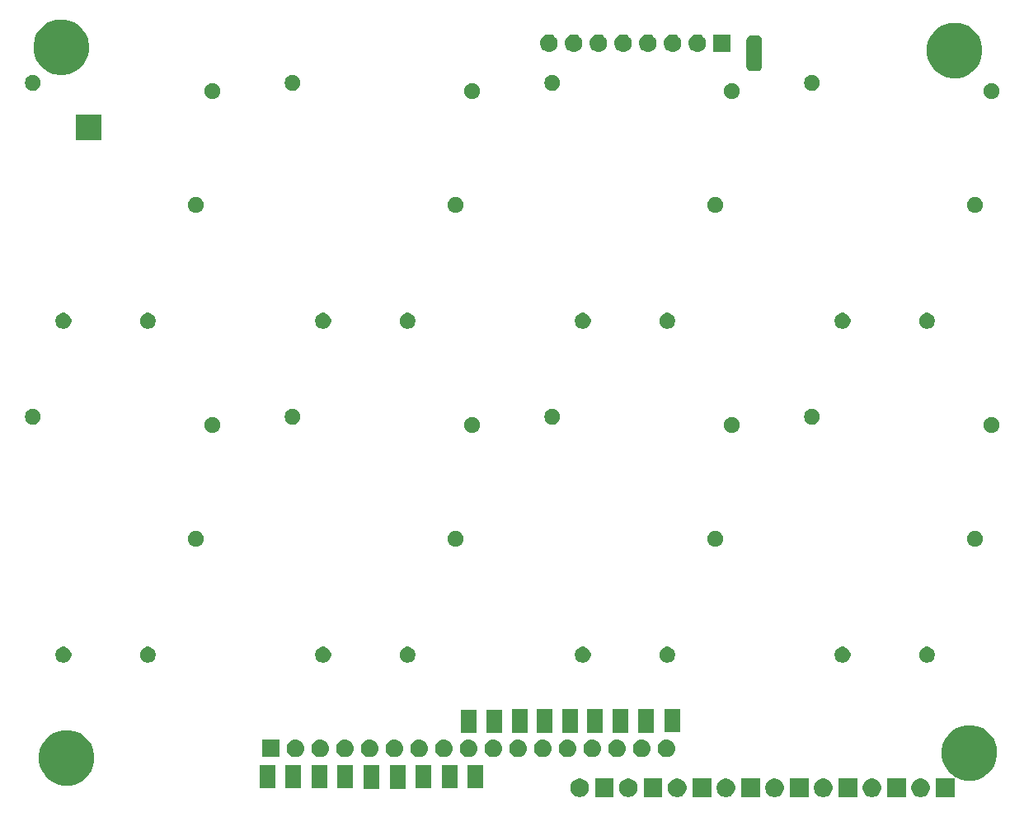
<source format=gbr>
%TF.GenerationSoftware,KiCad,Pcbnew,5.1.4*%
%TF.CreationDate,2019-11-11T15:35:15+01:00*%
%TF.ProjectId,balancer,62616c61-6e63-4657-922e-6b696361645f,rev?*%
%TF.SameCoordinates,Original*%
%TF.FileFunction,Soldermask,Bot*%
%TF.FilePolarity,Negative*%
%FSLAX46Y46*%
G04 Gerber Fmt 4.6, Leading zero omitted, Abs format (unit mm)*
G04 Created by KiCad (PCBNEW 5.1.4) date 2019-11-11 15:35:15*
%MOMM*%
%LPD*%
G04 APERTURE LIST*
%ADD10C,0.100000*%
G04 APERTURE END LIST*
D10*
G36*
X150255795Y-124340246D02*
G01*
X150428866Y-124411934D01*
X150428867Y-124411935D01*
X150584627Y-124516010D01*
X150717090Y-124648473D01*
X150717091Y-124648475D01*
X150821166Y-124804234D01*
X150892854Y-124977305D01*
X150929400Y-125161033D01*
X150929400Y-125348367D01*
X150892854Y-125532095D01*
X150821166Y-125705166D01*
X150821165Y-125705167D01*
X150717090Y-125860927D01*
X150584627Y-125993390D01*
X150506218Y-126045781D01*
X150428866Y-126097466D01*
X150255795Y-126169154D01*
X150072067Y-126205700D01*
X149884733Y-126205700D01*
X149701005Y-126169154D01*
X149527934Y-126097466D01*
X149450582Y-126045781D01*
X149372173Y-125993390D01*
X149239710Y-125860927D01*
X149135635Y-125705167D01*
X149135634Y-125705166D01*
X149063946Y-125532095D01*
X149027400Y-125348367D01*
X149027400Y-125161033D01*
X149063946Y-124977305D01*
X149135634Y-124804234D01*
X149239709Y-124648475D01*
X149239710Y-124648473D01*
X149372173Y-124516010D01*
X149527933Y-124411935D01*
X149527934Y-124411934D01*
X149701005Y-124340246D01*
X149884733Y-124303700D01*
X150072067Y-124303700D01*
X150255795Y-124340246D01*
X150255795Y-124340246D01*
G37*
G36*
X170255795Y-124340246D02*
G01*
X170428866Y-124411934D01*
X170428867Y-124411935D01*
X170584627Y-124516010D01*
X170717090Y-124648473D01*
X170717091Y-124648475D01*
X170821166Y-124804234D01*
X170892854Y-124977305D01*
X170929400Y-125161033D01*
X170929400Y-125348367D01*
X170892854Y-125532095D01*
X170821166Y-125705166D01*
X170821165Y-125705167D01*
X170717090Y-125860927D01*
X170584627Y-125993390D01*
X170506218Y-126045781D01*
X170428866Y-126097466D01*
X170255795Y-126169154D01*
X170072067Y-126205700D01*
X169884733Y-126205700D01*
X169701005Y-126169154D01*
X169527934Y-126097466D01*
X169450582Y-126045781D01*
X169372173Y-125993390D01*
X169239710Y-125860927D01*
X169135635Y-125705167D01*
X169135634Y-125705166D01*
X169063946Y-125532095D01*
X169027400Y-125348367D01*
X169027400Y-125161033D01*
X169063946Y-124977305D01*
X169135634Y-124804234D01*
X169239709Y-124648475D01*
X169239710Y-124648473D01*
X169372173Y-124516010D01*
X169527933Y-124411935D01*
X169527934Y-124411934D01*
X169701005Y-124340246D01*
X169884733Y-124303700D01*
X170072067Y-124303700D01*
X170255795Y-124340246D01*
X170255795Y-124340246D01*
G37*
G36*
X188471802Y-124283907D02*
G01*
X188469400Y-124308293D01*
X188469400Y-126205700D01*
X186567400Y-126205700D01*
X186567400Y-124303700D01*
X188395866Y-124303700D01*
X188420252Y-124301298D01*
X188443701Y-124294185D01*
X188465312Y-124282634D01*
X188474467Y-124275121D01*
X188471802Y-124283907D01*
X188471802Y-124283907D01*
G37*
G36*
X183469400Y-126205700D02*
G01*
X181567400Y-126205700D01*
X181567400Y-124303700D01*
X183469400Y-124303700D01*
X183469400Y-126205700D01*
X183469400Y-126205700D01*
G37*
G36*
X180255795Y-124340246D02*
G01*
X180428866Y-124411934D01*
X180428867Y-124411935D01*
X180584627Y-124516010D01*
X180717090Y-124648473D01*
X180717091Y-124648475D01*
X180821166Y-124804234D01*
X180892854Y-124977305D01*
X180929400Y-125161033D01*
X180929400Y-125348367D01*
X180892854Y-125532095D01*
X180821166Y-125705166D01*
X180821165Y-125705167D01*
X180717090Y-125860927D01*
X180584627Y-125993390D01*
X180506218Y-126045781D01*
X180428866Y-126097466D01*
X180255795Y-126169154D01*
X180072067Y-126205700D01*
X179884733Y-126205700D01*
X179701005Y-126169154D01*
X179527934Y-126097466D01*
X179450582Y-126045781D01*
X179372173Y-125993390D01*
X179239710Y-125860927D01*
X179135635Y-125705167D01*
X179135634Y-125705166D01*
X179063946Y-125532095D01*
X179027400Y-125348367D01*
X179027400Y-125161033D01*
X179063946Y-124977305D01*
X179135634Y-124804234D01*
X179239709Y-124648475D01*
X179239710Y-124648473D01*
X179372173Y-124516010D01*
X179527933Y-124411935D01*
X179527934Y-124411934D01*
X179701005Y-124340246D01*
X179884733Y-124303700D01*
X180072067Y-124303700D01*
X180255795Y-124340246D01*
X180255795Y-124340246D01*
G37*
G36*
X178469400Y-126205700D02*
G01*
X176567400Y-126205700D01*
X176567400Y-124303700D01*
X178469400Y-124303700D01*
X178469400Y-126205700D01*
X178469400Y-126205700D01*
G37*
G36*
X175255795Y-124340246D02*
G01*
X175428866Y-124411934D01*
X175428867Y-124411935D01*
X175584627Y-124516010D01*
X175717090Y-124648473D01*
X175717091Y-124648475D01*
X175821166Y-124804234D01*
X175892854Y-124977305D01*
X175929400Y-125161033D01*
X175929400Y-125348367D01*
X175892854Y-125532095D01*
X175821166Y-125705166D01*
X175821165Y-125705167D01*
X175717090Y-125860927D01*
X175584627Y-125993390D01*
X175506218Y-126045781D01*
X175428866Y-126097466D01*
X175255795Y-126169154D01*
X175072067Y-126205700D01*
X174884733Y-126205700D01*
X174701005Y-126169154D01*
X174527934Y-126097466D01*
X174450582Y-126045781D01*
X174372173Y-125993390D01*
X174239710Y-125860927D01*
X174135635Y-125705167D01*
X174135634Y-125705166D01*
X174063946Y-125532095D01*
X174027400Y-125348367D01*
X174027400Y-125161033D01*
X174063946Y-124977305D01*
X174135634Y-124804234D01*
X174239709Y-124648475D01*
X174239710Y-124648473D01*
X174372173Y-124516010D01*
X174527933Y-124411935D01*
X174527934Y-124411934D01*
X174701005Y-124340246D01*
X174884733Y-124303700D01*
X175072067Y-124303700D01*
X175255795Y-124340246D01*
X175255795Y-124340246D01*
G37*
G36*
X173469400Y-126205700D02*
G01*
X171567400Y-126205700D01*
X171567400Y-124303700D01*
X173469400Y-124303700D01*
X173469400Y-126205700D01*
X173469400Y-126205700D01*
G37*
G36*
X185255795Y-124340246D02*
G01*
X185428866Y-124411934D01*
X185428867Y-124411935D01*
X185584627Y-124516010D01*
X185717090Y-124648473D01*
X185717091Y-124648475D01*
X185821166Y-124804234D01*
X185892854Y-124977305D01*
X185929400Y-125161033D01*
X185929400Y-125348367D01*
X185892854Y-125532095D01*
X185821166Y-125705166D01*
X185821165Y-125705167D01*
X185717090Y-125860927D01*
X185584627Y-125993390D01*
X185506218Y-126045781D01*
X185428866Y-126097466D01*
X185255795Y-126169154D01*
X185072067Y-126205700D01*
X184884733Y-126205700D01*
X184701005Y-126169154D01*
X184527934Y-126097466D01*
X184450582Y-126045781D01*
X184372173Y-125993390D01*
X184239710Y-125860927D01*
X184135635Y-125705167D01*
X184135634Y-125705166D01*
X184063946Y-125532095D01*
X184027400Y-125348367D01*
X184027400Y-125161033D01*
X184063946Y-124977305D01*
X184135634Y-124804234D01*
X184239709Y-124648475D01*
X184239710Y-124648473D01*
X184372173Y-124516010D01*
X184527933Y-124411935D01*
X184527934Y-124411934D01*
X184701005Y-124340246D01*
X184884733Y-124303700D01*
X185072067Y-124303700D01*
X185255795Y-124340246D01*
X185255795Y-124340246D01*
G37*
G36*
X165255795Y-124340246D02*
G01*
X165428866Y-124411934D01*
X165428867Y-124411935D01*
X165584627Y-124516010D01*
X165717090Y-124648473D01*
X165717091Y-124648475D01*
X165821166Y-124804234D01*
X165892854Y-124977305D01*
X165929400Y-125161033D01*
X165929400Y-125348367D01*
X165892854Y-125532095D01*
X165821166Y-125705166D01*
X165821165Y-125705167D01*
X165717090Y-125860927D01*
X165584627Y-125993390D01*
X165506218Y-126045781D01*
X165428866Y-126097466D01*
X165255795Y-126169154D01*
X165072067Y-126205700D01*
X164884733Y-126205700D01*
X164701005Y-126169154D01*
X164527934Y-126097466D01*
X164450582Y-126045781D01*
X164372173Y-125993390D01*
X164239710Y-125860927D01*
X164135635Y-125705167D01*
X164135634Y-125705166D01*
X164063946Y-125532095D01*
X164027400Y-125348367D01*
X164027400Y-125161033D01*
X164063946Y-124977305D01*
X164135634Y-124804234D01*
X164239709Y-124648475D01*
X164239710Y-124648473D01*
X164372173Y-124516010D01*
X164527933Y-124411935D01*
X164527934Y-124411934D01*
X164701005Y-124340246D01*
X164884733Y-124303700D01*
X165072067Y-124303700D01*
X165255795Y-124340246D01*
X165255795Y-124340246D01*
G37*
G36*
X163469400Y-126205700D02*
G01*
X161567400Y-126205700D01*
X161567400Y-124303700D01*
X163469400Y-124303700D01*
X163469400Y-126205700D01*
X163469400Y-126205700D01*
G37*
G36*
X160255795Y-124340246D02*
G01*
X160428866Y-124411934D01*
X160428867Y-124411935D01*
X160584627Y-124516010D01*
X160717090Y-124648473D01*
X160717091Y-124648475D01*
X160821166Y-124804234D01*
X160892854Y-124977305D01*
X160929400Y-125161033D01*
X160929400Y-125348367D01*
X160892854Y-125532095D01*
X160821166Y-125705166D01*
X160821165Y-125705167D01*
X160717090Y-125860927D01*
X160584627Y-125993390D01*
X160506218Y-126045781D01*
X160428866Y-126097466D01*
X160255795Y-126169154D01*
X160072067Y-126205700D01*
X159884733Y-126205700D01*
X159701005Y-126169154D01*
X159527934Y-126097466D01*
X159450582Y-126045781D01*
X159372173Y-125993390D01*
X159239710Y-125860927D01*
X159135635Y-125705167D01*
X159135634Y-125705166D01*
X159063946Y-125532095D01*
X159027400Y-125348367D01*
X159027400Y-125161033D01*
X159063946Y-124977305D01*
X159135634Y-124804234D01*
X159239709Y-124648475D01*
X159239710Y-124648473D01*
X159372173Y-124516010D01*
X159527933Y-124411935D01*
X159527934Y-124411934D01*
X159701005Y-124340246D01*
X159884733Y-124303700D01*
X160072067Y-124303700D01*
X160255795Y-124340246D01*
X160255795Y-124340246D01*
G37*
G36*
X158469400Y-126205700D02*
G01*
X156567400Y-126205700D01*
X156567400Y-124303700D01*
X158469400Y-124303700D01*
X158469400Y-126205700D01*
X158469400Y-126205700D01*
G37*
G36*
X155255795Y-124340246D02*
G01*
X155428866Y-124411934D01*
X155428867Y-124411935D01*
X155584627Y-124516010D01*
X155717090Y-124648473D01*
X155717091Y-124648475D01*
X155821166Y-124804234D01*
X155892854Y-124977305D01*
X155929400Y-125161033D01*
X155929400Y-125348367D01*
X155892854Y-125532095D01*
X155821166Y-125705166D01*
X155821165Y-125705167D01*
X155717090Y-125860927D01*
X155584627Y-125993390D01*
X155506218Y-126045781D01*
X155428866Y-126097466D01*
X155255795Y-126169154D01*
X155072067Y-126205700D01*
X154884733Y-126205700D01*
X154701005Y-126169154D01*
X154527934Y-126097466D01*
X154450582Y-126045781D01*
X154372173Y-125993390D01*
X154239710Y-125860927D01*
X154135635Y-125705167D01*
X154135634Y-125705166D01*
X154063946Y-125532095D01*
X154027400Y-125348367D01*
X154027400Y-125161033D01*
X154063946Y-124977305D01*
X154135634Y-124804234D01*
X154239709Y-124648475D01*
X154239710Y-124648473D01*
X154372173Y-124516010D01*
X154527933Y-124411935D01*
X154527934Y-124411934D01*
X154701005Y-124340246D01*
X154884733Y-124303700D01*
X155072067Y-124303700D01*
X155255795Y-124340246D01*
X155255795Y-124340246D01*
G37*
G36*
X153469400Y-126205700D02*
G01*
X151567400Y-126205700D01*
X151567400Y-124303700D01*
X153469400Y-124303700D01*
X153469400Y-126205700D01*
X153469400Y-126205700D01*
G37*
G36*
X168469400Y-126205700D02*
G01*
X166567400Y-126205700D01*
X166567400Y-124303700D01*
X168469400Y-124303700D01*
X168469400Y-126205700D01*
X168469400Y-126205700D01*
G37*
G36*
X129375800Y-125345800D02*
G01*
X127773800Y-125345800D01*
X127773800Y-122943800D01*
X129375800Y-122943800D01*
X129375800Y-125345800D01*
X129375800Y-125345800D01*
G37*
G36*
X132068200Y-125341200D02*
G01*
X130466200Y-125341200D01*
X130466200Y-122939200D01*
X132068200Y-122939200D01*
X132068200Y-125341200D01*
X132068200Y-125341200D01*
G37*
G36*
X134735200Y-125330800D02*
G01*
X133133200Y-125330800D01*
X133133200Y-122928800D01*
X134735200Y-122928800D01*
X134735200Y-125330800D01*
X134735200Y-125330800D01*
G37*
G36*
X137427600Y-125330800D02*
G01*
X135825600Y-125330800D01*
X135825600Y-122928800D01*
X137427600Y-122928800D01*
X137427600Y-125330800D01*
X137427600Y-125330800D01*
G37*
G36*
X124016400Y-125315800D02*
G01*
X122414400Y-125315800D01*
X122414400Y-122913800D01*
X124016400Y-122913800D01*
X124016400Y-125315800D01*
X124016400Y-125315800D01*
G37*
G36*
X126683400Y-125315800D02*
G01*
X125081400Y-125315800D01*
X125081400Y-122913800D01*
X126683400Y-122913800D01*
X126683400Y-125315800D01*
X126683400Y-125315800D01*
G37*
G36*
X121324000Y-125315800D02*
G01*
X119722000Y-125315800D01*
X119722000Y-122913800D01*
X121324000Y-122913800D01*
X121324000Y-125315800D01*
X121324000Y-125315800D01*
G37*
G36*
X118682400Y-125315800D02*
G01*
X117080400Y-125315800D01*
X117080400Y-122913800D01*
X118682400Y-122913800D01*
X118682400Y-125315800D01*
X118682400Y-125315800D01*
G37*
G36*
X140094600Y-125315800D02*
G01*
X138492600Y-125315800D01*
X138492600Y-122913800D01*
X140094600Y-122913800D01*
X140094600Y-125315800D01*
X140094600Y-125315800D01*
G37*
G36*
X98113606Y-119432562D02*
G01*
X98632455Y-119647476D01*
X99099407Y-119959484D01*
X99496516Y-120356593D01*
X99808524Y-120823545D01*
X100023438Y-121342394D01*
X100031953Y-121385201D01*
X100133000Y-121893200D01*
X100133000Y-122454800D01*
X100124485Y-122497606D01*
X100023438Y-123005606D01*
X99808524Y-123524455D01*
X99570611Y-123880516D01*
X99496517Y-123991406D01*
X99099406Y-124388517D01*
X99064360Y-124411934D01*
X98632455Y-124700524D01*
X98113606Y-124915438D01*
X97562800Y-125025000D01*
X97001200Y-125025000D01*
X96450394Y-124915438D01*
X95931545Y-124700524D01*
X95499640Y-124411934D01*
X95464594Y-124388517D01*
X95067483Y-123991406D01*
X94993389Y-123880516D01*
X94755476Y-123524455D01*
X94540562Y-123005606D01*
X94439515Y-122497606D01*
X94431000Y-122454800D01*
X94431000Y-121893200D01*
X94532047Y-121385201D01*
X94540562Y-121342394D01*
X94755476Y-120823545D01*
X95067484Y-120356593D01*
X95464593Y-119959484D01*
X95931545Y-119647476D01*
X96450394Y-119432562D01*
X97001200Y-119323000D01*
X97562800Y-119323000D01*
X98113606Y-119432562D01*
X98113606Y-119432562D01*
G37*
G36*
X190823606Y-118924562D02*
G01*
X191342455Y-119139476D01*
X191716524Y-119389421D01*
X191781089Y-119432562D01*
X191809407Y-119451484D01*
X192206516Y-119848593D01*
X192518524Y-120315545D01*
X192733438Y-120834394D01*
X192772779Y-121032173D01*
X192834486Y-121342395D01*
X192843000Y-121385201D01*
X192843000Y-121946799D01*
X192733438Y-122497606D01*
X192518524Y-123016455D01*
X192206516Y-123483407D01*
X191809407Y-123880516D01*
X191342455Y-124192524D01*
X190823606Y-124407438D01*
X190272800Y-124517000D01*
X189711200Y-124517000D01*
X189160394Y-124407438D01*
X188642230Y-124192808D01*
X188618785Y-124185696D01*
X188594399Y-124183294D01*
X188570013Y-124185696D01*
X188546564Y-124192809D01*
X188524953Y-124204360D01*
X188515798Y-124211873D01*
X188518463Y-124203087D01*
X188520865Y-124178701D01*
X188518463Y-124154315D01*
X188511350Y-124130866D01*
X188499799Y-124109255D01*
X188484254Y-124090313D01*
X188465316Y-124074771D01*
X188174593Y-123880516D01*
X187777484Y-123483407D01*
X187465476Y-123016455D01*
X187250562Y-122497606D01*
X187141000Y-121946799D01*
X187141000Y-121385201D01*
X187149515Y-121342395D01*
X187211221Y-121032173D01*
X187250562Y-120834394D01*
X187465476Y-120315545D01*
X187777484Y-119848593D01*
X188174593Y-119451484D01*
X188202912Y-119432562D01*
X188267476Y-119389421D01*
X188641545Y-119139476D01*
X189160394Y-118924562D01*
X189711200Y-118815000D01*
X190272800Y-118815000D01*
X190823606Y-118924562D01*
X190823606Y-118924562D01*
G37*
G36*
X158987443Y-120314319D02*
G01*
X159053627Y-120320837D01*
X159223466Y-120372357D01*
X159379991Y-120456022D01*
X159415729Y-120485352D01*
X159517186Y-120568614D01*
X159600448Y-120670071D01*
X159629778Y-120705809D01*
X159713443Y-120862334D01*
X159764963Y-121032173D01*
X159782359Y-121208800D01*
X159764963Y-121385427D01*
X159713443Y-121555266D01*
X159629778Y-121711791D01*
X159600448Y-121747529D01*
X159517186Y-121848986D01*
X159415729Y-121932248D01*
X159379991Y-121961578D01*
X159223466Y-122045243D01*
X159053627Y-122096763D01*
X158987443Y-122103281D01*
X158921260Y-122109800D01*
X158832740Y-122109800D01*
X158766557Y-122103281D01*
X158700373Y-122096763D01*
X158530534Y-122045243D01*
X158374009Y-121961578D01*
X158338271Y-121932248D01*
X158236814Y-121848986D01*
X158153552Y-121747529D01*
X158124222Y-121711791D01*
X158040557Y-121555266D01*
X157989037Y-121385427D01*
X157971641Y-121208800D01*
X157989037Y-121032173D01*
X158040557Y-120862334D01*
X158124222Y-120705809D01*
X158153552Y-120670071D01*
X158236814Y-120568614D01*
X158338271Y-120485352D01*
X158374009Y-120456022D01*
X158530534Y-120372357D01*
X158700373Y-120320837D01*
X158766557Y-120314319D01*
X158832740Y-120307800D01*
X158921260Y-120307800D01*
X158987443Y-120314319D01*
X158987443Y-120314319D01*
G37*
G36*
X123427443Y-120314319D02*
G01*
X123493627Y-120320837D01*
X123663466Y-120372357D01*
X123819991Y-120456022D01*
X123855729Y-120485352D01*
X123957186Y-120568614D01*
X124040448Y-120670071D01*
X124069778Y-120705809D01*
X124153443Y-120862334D01*
X124204963Y-121032173D01*
X124222359Y-121208800D01*
X124204963Y-121385427D01*
X124153443Y-121555266D01*
X124069778Y-121711791D01*
X124040448Y-121747529D01*
X123957186Y-121848986D01*
X123855729Y-121932248D01*
X123819991Y-121961578D01*
X123663466Y-122045243D01*
X123493627Y-122096763D01*
X123427443Y-122103281D01*
X123361260Y-122109800D01*
X123272740Y-122109800D01*
X123206557Y-122103281D01*
X123140373Y-122096763D01*
X122970534Y-122045243D01*
X122814009Y-121961578D01*
X122778271Y-121932248D01*
X122676814Y-121848986D01*
X122593552Y-121747529D01*
X122564222Y-121711791D01*
X122480557Y-121555266D01*
X122429037Y-121385427D01*
X122411641Y-121208800D01*
X122429037Y-121032173D01*
X122480557Y-120862334D01*
X122564222Y-120705809D01*
X122593552Y-120670071D01*
X122676814Y-120568614D01*
X122778271Y-120485352D01*
X122814009Y-120456022D01*
X122970534Y-120372357D01*
X123140373Y-120320837D01*
X123206557Y-120314319D01*
X123272740Y-120307800D01*
X123361260Y-120307800D01*
X123427443Y-120314319D01*
X123427443Y-120314319D01*
G37*
G36*
X125967443Y-120314319D02*
G01*
X126033627Y-120320837D01*
X126203466Y-120372357D01*
X126359991Y-120456022D01*
X126395729Y-120485352D01*
X126497186Y-120568614D01*
X126580448Y-120670071D01*
X126609778Y-120705809D01*
X126693443Y-120862334D01*
X126744963Y-121032173D01*
X126762359Y-121208800D01*
X126744963Y-121385427D01*
X126693443Y-121555266D01*
X126609778Y-121711791D01*
X126580448Y-121747529D01*
X126497186Y-121848986D01*
X126395729Y-121932248D01*
X126359991Y-121961578D01*
X126203466Y-122045243D01*
X126033627Y-122096763D01*
X125967443Y-122103281D01*
X125901260Y-122109800D01*
X125812740Y-122109800D01*
X125746557Y-122103281D01*
X125680373Y-122096763D01*
X125510534Y-122045243D01*
X125354009Y-121961578D01*
X125318271Y-121932248D01*
X125216814Y-121848986D01*
X125133552Y-121747529D01*
X125104222Y-121711791D01*
X125020557Y-121555266D01*
X124969037Y-121385427D01*
X124951641Y-121208800D01*
X124969037Y-121032173D01*
X125020557Y-120862334D01*
X125104222Y-120705809D01*
X125133552Y-120670071D01*
X125216814Y-120568614D01*
X125318271Y-120485352D01*
X125354009Y-120456022D01*
X125510534Y-120372357D01*
X125680373Y-120320837D01*
X125746557Y-120314319D01*
X125812740Y-120307800D01*
X125901260Y-120307800D01*
X125967443Y-120314319D01*
X125967443Y-120314319D01*
G37*
G36*
X128507443Y-120314319D02*
G01*
X128573627Y-120320837D01*
X128743466Y-120372357D01*
X128899991Y-120456022D01*
X128935729Y-120485352D01*
X129037186Y-120568614D01*
X129120448Y-120670071D01*
X129149778Y-120705809D01*
X129233443Y-120862334D01*
X129284963Y-121032173D01*
X129302359Y-121208800D01*
X129284963Y-121385427D01*
X129233443Y-121555266D01*
X129149778Y-121711791D01*
X129120448Y-121747529D01*
X129037186Y-121848986D01*
X128935729Y-121932248D01*
X128899991Y-121961578D01*
X128743466Y-122045243D01*
X128573627Y-122096763D01*
X128507443Y-122103281D01*
X128441260Y-122109800D01*
X128352740Y-122109800D01*
X128286557Y-122103281D01*
X128220373Y-122096763D01*
X128050534Y-122045243D01*
X127894009Y-121961578D01*
X127858271Y-121932248D01*
X127756814Y-121848986D01*
X127673552Y-121747529D01*
X127644222Y-121711791D01*
X127560557Y-121555266D01*
X127509037Y-121385427D01*
X127491641Y-121208800D01*
X127509037Y-121032173D01*
X127560557Y-120862334D01*
X127644222Y-120705809D01*
X127673552Y-120670071D01*
X127756814Y-120568614D01*
X127858271Y-120485352D01*
X127894009Y-120456022D01*
X128050534Y-120372357D01*
X128220373Y-120320837D01*
X128286557Y-120314319D01*
X128352740Y-120307800D01*
X128441260Y-120307800D01*
X128507443Y-120314319D01*
X128507443Y-120314319D01*
G37*
G36*
X131047443Y-120314319D02*
G01*
X131113627Y-120320837D01*
X131283466Y-120372357D01*
X131439991Y-120456022D01*
X131475729Y-120485352D01*
X131577186Y-120568614D01*
X131660448Y-120670071D01*
X131689778Y-120705809D01*
X131773443Y-120862334D01*
X131824963Y-121032173D01*
X131842359Y-121208800D01*
X131824963Y-121385427D01*
X131773443Y-121555266D01*
X131689778Y-121711791D01*
X131660448Y-121747529D01*
X131577186Y-121848986D01*
X131475729Y-121932248D01*
X131439991Y-121961578D01*
X131283466Y-122045243D01*
X131113627Y-122096763D01*
X131047443Y-122103281D01*
X130981260Y-122109800D01*
X130892740Y-122109800D01*
X130826557Y-122103281D01*
X130760373Y-122096763D01*
X130590534Y-122045243D01*
X130434009Y-121961578D01*
X130398271Y-121932248D01*
X130296814Y-121848986D01*
X130213552Y-121747529D01*
X130184222Y-121711791D01*
X130100557Y-121555266D01*
X130049037Y-121385427D01*
X130031641Y-121208800D01*
X130049037Y-121032173D01*
X130100557Y-120862334D01*
X130184222Y-120705809D01*
X130213552Y-120670071D01*
X130296814Y-120568614D01*
X130398271Y-120485352D01*
X130434009Y-120456022D01*
X130590534Y-120372357D01*
X130760373Y-120320837D01*
X130826557Y-120314319D01*
X130892740Y-120307800D01*
X130981260Y-120307800D01*
X131047443Y-120314319D01*
X131047443Y-120314319D01*
G37*
G36*
X119138000Y-122109800D02*
G01*
X117336000Y-122109800D01*
X117336000Y-120307800D01*
X119138000Y-120307800D01*
X119138000Y-122109800D01*
X119138000Y-122109800D01*
G37*
G36*
X153907443Y-120314319D02*
G01*
X153973627Y-120320837D01*
X154143466Y-120372357D01*
X154299991Y-120456022D01*
X154335729Y-120485352D01*
X154437186Y-120568614D01*
X154520448Y-120670071D01*
X154549778Y-120705809D01*
X154633443Y-120862334D01*
X154684963Y-121032173D01*
X154702359Y-121208800D01*
X154684963Y-121385427D01*
X154633443Y-121555266D01*
X154549778Y-121711791D01*
X154520448Y-121747529D01*
X154437186Y-121848986D01*
X154335729Y-121932248D01*
X154299991Y-121961578D01*
X154143466Y-122045243D01*
X153973627Y-122096763D01*
X153907443Y-122103281D01*
X153841260Y-122109800D01*
X153752740Y-122109800D01*
X153686557Y-122103281D01*
X153620373Y-122096763D01*
X153450534Y-122045243D01*
X153294009Y-121961578D01*
X153258271Y-121932248D01*
X153156814Y-121848986D01*
X153073552Y-121747529D01*
X153044222Y-121711791D01*
X152960557Y-121555266D01*
X152909037Y-121385427D01*
X152891641Y-121208800D01*
X152909037Y-121032173D01*
X152960557Y-120862334D01*
X153044222Y-120705809D01*
X153073552Y-120670071D01*
X153156814Y-120568614D01*
X153258271Y-120485352D01*
X153294009Y-120456022D01*
X153450534Y-120372357D01*
X153620373Y-120320837D01*
X153686557Y-120314319D01*
X153752740Y-120307800D01*
X153841260Y-120307800D01*
X153907443Y-120314319D01*
X153907443Y-120314319D01*
G37*
G36*
X138667443Y-120314319D02*
G01*
X138733627Y-120320837D01*
X138903466Y-120372357D01*
X139059991Y-120456022D01*
X139095729Y-120485352D01*
X139197186Y-120568614D01*
X139280448Y-120670071D01*
X139309778Y-120705809D01*
X139393443Y-120862334D01*
X139444963Y-121032173D01*
X139462359Y-121208800D01*
X139444963Y-121385427D01*
X139393443Y-121555266D01*
X139309778Y-121711791D01*
X139280448Y-121747529D01*
X139197186Y-121848986D01*
X139095729Y-121932248D01*
X139059991Y-121961578D01*
X138903466Y-122045243D01*
X138733627Y-122096763D01*
X138667443Y-122103281D01*
X138601260Y-122109800D01*
X138512740Y-122109800D01*
X138446557Y-122103281D01*
X138380373Y-122096763D01*
X138210534Y-122045243D01*
X138054009Y-121961578D01*
X138018271Y-121932248D01*
X137916814Y-121848986D01*
X137833552Y-121747529D01*
X137804222Y-121711791D01*
X137720557Y-121555266D01*
X137669037Y-121385427D01*
X137651641Y-121208800D01*
X137669037Y-121032173D01*
X137720557Y-120862334D01*
X137804222Y-120705809D01*
X137833552Y-120670071D01*
X137916814Y-120568614D01*
X138018271Y-120485352D01*
X138054009Y-120456022D01*
X138210534Y-120372357D01*
X138380373Y-120320837D01*
X138446557Y-120314319D01*
X138512740Y-120307800D01*
X138601260Y-120307800D01*
X138667443Y-120314319D01*
X138667443Y-120314319D01*
G37*
G36*
X141207443Y-120314319D02*
G01*
X141273627Y-120320837D01*
X141443466Y-120372357D01*
X141599991Y-120456022D01*
X141635729Y-120485352D01*
X141737186Y-120568614D01*
X141820448Y-120670071D01*
X141849778Y-120705809D01*
X141933443Y-120862334D01*
X141984963Y-121032173D01*
X142002359Y-121208800D01*
X141984963Y-121385427D01*
X141933443Y-121555266D01*
X141849778Y-121711791D01*
X141820448Y-121747529D01*
X141737186Y-121848986D01*
X141635729Y-121932248D01*
X141599991Y-121961578D01*
X141443466Y-122045243D01*
X141273627Y-122096763D01*
X141207443Y-122103281D01*
X141141260Y-122109800D01*
X141052740Y-122109800D01*
X140986557Y-122103281D01*
X140920373Y-122096763D01*
X140750534Y-122045243D01*
X140594009Y-121961578D01*
X140558271Y-121932248D01*
X140456814Y-121848986D01*
X140373552Y-121747529D01*
X140344222Y-121711791D01*
X140260557Y-121555266D01*
X140209037Y-121385427D01*
X140191641Y-121208800D01*
X140209037Y-121032173D01*
X140260557Y-120862334D01*
X140344222Y-120705809D01*
X140373552Y-120670071D01*
X140456814Y-120568614D01*
X140558271Y-120485352D01*
X140594009Y-120456022D01*
X140750534Y-120372357D01*
X140920373Y-120320837D01*
X140986557Y-120314319D01*
X141052740Y-120307800D01*
X141141260Y-120307800D01*
X141207443Y-120314319D01*
X141207443Y-120314319D01*
G37*
G36*
X146287443Y-120314319D02*
G01*
X146353627Y-120320837D01*
X146523466Y-120372357D01*
X146679991Y-120456022D01*
X146715729Y-120485352D01*
X146817186Y-120568614D01*
X146900448Y-120670071D01*
X146929778Y-120705809D01*
X147013443Y-120862334D01*
X147064963Y-121032173D01*
X147082359Y-121208800D01*
X147064963Y-121385427D01*
X147013443Y-121555266D01*
X146929778Y-121711791D01*
X146900448Y-121747529D01*
X146817186Y-121848986D01*
X146715729Y-121932248D01*
X146679991Y-121961578D01*
X146523466Y-122045243D01*
X146353627Y-122096763D01*
X146287443Y-122103281D01*
X146221260Y-122109800D01*
X146132740Y-122109800D01*
X146066557Y-122103281D01*
X146000373Y-122096763D01*
X145830534Y-122045243D01*
X145674009Y-121961578D01*
X145638271Y-121932248D01*
X145536814Y-121848986D01*
X145453552Y-121747529D01*
X145424222Y-121711791D01*
X145340557Y-121555266D01*
X145289037Y-121385427D01*
X145271641Y-121208800D01*
X145289037Y-121032173D01*
X145340557Y-120862334D01*
X145424222Y-120705809D01*
X145453552Y-120670071D01*
X145536814Y-120568614D01*
X145638271Y-120485352D01*
X145674009Y-120456022D01*
X145830534Y-120372357D01*
X146000373Y-120320837D01*
X146066557Y-120314319D01*
X146132740Y-120307800D01*
X146221260Y-120307800D01*
X146287443Y-120314319D01*
X146287443Y-120314319D01*
G37*
G36*
X148827443Y-120314319D02*
G01*
X148893627Y-120320837D01*
X149063466Y-120372357D01*
X149219991Y-120456022D01*
X149255729Y-120485352D01*
X149357186Y-120568614D01*
X149440448Y-120670071D01*
X149469778Y-120705809D01*
X149553443Y-120862334D01*
X149604963Y-121032173D01*
X149622359Y-121208800D01*
X149604963Y-121385427D01*
X149553443Y-121555266D01*
X149469778Y-121711791D01*
X149440448Y-121747529D01*
X149357186Y-121848986D01*
X149255729Y-121932248D01*
X149219991Y-121961578D01*
X149063466Y-122045243D01*
X148893627Y-122096763D01*
X148827443Y-122103281D01*
X148761260Y-122109800D01*
X148672740Y-122109800D01*
X148606557Y-122103281D01*
X148540373Y-122096763D01*
X148370534Y-122045243D01*
X148214009Y-121961578D01*
X148178271Y-121932248D01*
X148076814Y-121848986D01*
X147993552Y-121747529D01*
X147964222Y-121711791D01*
X147880557Y-121555266D01*
X147829037Y-121385427D01*
X147811641Y-121208800D01*
X147829037Y-121032173D01*
X147880557Y-120862334D01*
X147964222Y-120705809D01*
X147993552Y-120670071D01*
X148076814Y-120568614D01*
X148178271Y-120485352D01*
X148214009Y-120456022D01*
X148370534Y-120372357D01*
X148540373Y-120320837D01*
X148606557Y-120314319D01*
X148672740Y-120307800D01*
X148761260Y-120307800D01*
X148827443Y-120314319D01*
X148827443Y-120314319D01*
G37*
G36*
X151367443Y-120314319D02*
G01*
X151433627Y-120320837D01*
X151603466Y-120372357D01*
X151759991Y-120456022D01*
X151795729Y-120485352D01*
X151897186Y-120568614D01*
X151980448Y-120670071D01*
X152009778Y-120705809D01*
X152093443Y-120862334D01*
X152144963Y-121032173D01*
X152162359Y-121208800D01*
X152144963Y-121385427D01*
X152093443Y-121555266D01*
X152009778Y-121711791D01*
X151980448Y-121747529D01*
X151897186Y-121848986D01*
X151795729Y-121932248D01*
X151759991Y-121961578D01*
X151603466Y-122045243D01*
X151433627Y-122096763D01*
X151367443Y-122103281D01*
X151301260Y-122109800D01*
X151212740Y-122109800D01*
X151146557Y-122103281D01*
X151080373Y-122096763D01*
X150910534Y-122045243D01*
X150754009Y-121961578D01*
X150718271Y-121932248D01*
X150616814Y-121848986D01*
X150533552Y-121747529D01*
X150504222Y-121711791D01*
X150420557Y-121555266D01*
X150369037Y-121385427D01*
X150351641Y-121208800D01*
X150369037Y-121032173D01*
X150420557Y-120862334D01*
X150504222Y-120705809D01*
X150533552Y-120670071D01*
X150616814Y-120568614D01*
X150718271Y-120485352D01*
X150754009Y-120456022D01*
X150910534Y-120372357D01*
X151080373Y-120320837D01*
X151146557Y-120314319D01*
X151212740Y-120307800D01*
X151301260Y-120307800D01*
X151367443Y-120314319D01*
X151367443Y-120314319D01*
G37*
G36*
X156447443Y-120314319D02*
G01*
X156513627Y-120320837D01*
X156683466Y-120372357D01*
X156839991Y-120456022D01*
X156875729Y-120485352D01*
X156977186Y-120568614D01*
X157060448Y-120670071D01*
X157089778Y-120705809D01*
X157173443Y-120862334D01*
X157224963Y-121032173D01*
X157242359Y-121208800D01*
X157224963Y-121385427D01*
X157173443Y-121555266D01*
X157089778Y-121711791D01*
X157060448Y-121747529D01*
X156977186Y-121848986D01*
X156875729Y-121932248D01*
X156839991Y-121961578D01*
X156683466Y-122045243D01*
X156513627Y-122096763D01*
X156447443Y-122103281D01*
X156381260Y-122109800D01*
X156292740Y-122109800D01*
X156226557Y-122103281D01*
X156160373Y-122096763D01*
X155990534Y-122045243D01*
X155834009Y-121961578D01*
X155798271Y-121932248D01*
X155696814Y-121848986D01*
X155613552Y-121747529D01*
X155584222Y-121711791D01*
X155500557Y-121555266D01*
X155449037Y-121385427D01*
X155431641Y-121208800D01*
X155449037Y-121032173D01*
X155500557Y-120862334D01*
X155584222Y-120705809D01*
X155613552Y-120670071D01*
X155696814Y-120568614D01*
X155798271Y-120485352D01*
X155834009Y-120456022D01*
X155990534Y-120372357D01*
X156160373Y-120320837D01*
X156226557Y-120314319D01*
X156292740Y-120307800D01*
X156381260Y-120307800D01*
X156447443Y-120314319D01*
X156447443Y-120314319D01*
G37*
G36*
X136127443Y-120314319D02*
G01*
X136193627Y-120320837D01*
X136363466Y-120372357D01*
X136519991Y-120456022D01*
X136555729Y-120485352D01*
X136657186Y-120568614D01*
X136740448Y-120670071D01*
X136769778Y-120705809D01*
X136853443Y-120862334D01*
X136904963Y-121032173D01*
X136922359Y-121208800D01*
X136904963Y-121385427D01*
X136853443Y-121555266D01*
X136769778Y-121711791D01*
X136740448Y-121747529D01*
X136657186Y-121848986D01*
X136555729Y-121932248D01*
X136519991Y-121961578D01*
X136363466Y-122045243D01*
X136193627Y-122096763D01*
X136127443Y-122103281D01*
X136061260Y-122109800D01*
X135972740Y-122109800D01*
X135906557Y-122103281D01*
X135840373Y-122096763D01*
X135670534Y-122045243D01*
X135514009Y-121961578D01*
X135478271Y-121932248D01*
X135376814Y-121848986D01*
X135293552Y-121747529D01*
X135264222Y-121711791D01*
X135180557Y-121555266D01*
X135129037Y-121385427D01*
X135111641Y-121208800D01*
X135129037Y-121032173D01*
X135180557Y-120862334D01*
X135264222Y-120705809D01*
X135293552Y-120670071D01*
X135376814Y-120568614D01*
X135478271Y-120485352D01*
X135514009Y-120456022D01*
X135670534Y-120372357D01*
X135840373Y-120320837D01*
X135906557Y-120314319D01*
X135972740Y-120307800D01*
X136061260Y-120307800D01*
X136127443Y-120314319D01*
X136127443Y-120314319D01*
G37*
G36*
X133587443Y-120314319D02*
G01*
X133653627Y-120320837D01*
X133823466Y-120372357D01*
X133979991Y-120456022D01*
X134015729Y-120485352D01*
X134117186Y-120568614D01*
X134200448Y-120670071D01*
X134229778Y-120705809D01*
X134313443Y-120862334D01*
X134364963Y-121032173D01*
X134382359Y-121208800D01*
X134364963Y-121385427D01*
X134313443Y-121555266D01*
X134229778Y-121711791D01*
X134200448Y-121747529D01*
X134117186Y-121848986D01*
X134015729Y-121932248D01*
X133979991Y-121961578D01*
X133823466Y-122045243D01*
X133653627Y-122096763D01*
X133587443Y-122103281D01*
X133521260Y-122109800D01*
X133432740Y-122109800D01*
X133366557Y-122103281D01*
X133300373Y-122096763D01*
X133130534Y-122045243D01*
X132974009Y-121961578D01*
X132938271Y-121932248D01*
X132836814Y-121848986D01*
X132753552Y-121747529D01*
X132724222Y-121711791D01*
X132640557Y-121555266D01*
X132589037Y-121385427D01*
X132571641Y-121208800D01*
X132589037Y-121032173D01*
X132640557Y-120862334D01*
X132724222Y-120705809D01*
X132753552Y-120670071D01*
X132836814Y-120568614D01*
X132938271Y-120485352D01*
X132974009Y-120456022D01*
X133130534Y-120372357D01*
X133300373Y-120320837D01*
X133366557Y-120314319D01*
X133432740Y-120307800D01*
X133521260Y-120307800D01*
X133587443Y-120314319D01*
X133587443Y-120314319D01*
G37*
G36*
X120887443Y-120314319D02*
G01*
X120953627Y-120320837D01*
X121123466Y-120372357D01*
X121279991Y-120456022D01*
X121315729Y-120485352D01*
X121417186Y-120568614D01*
X121500448Y-120670071D01*
X121529778Y-120705809D01*
X121613443Y-120862334D01*
X121664963Y-121032173D01*
X121682359Y-121208800D01*
X121664963Y-121385427D01*
X121613443Y-121555266D01*
X121529778Y-121711791D01*
X121500448Y-121747529D01*
X121417186Y-121848986D01*
X121315729Y-121932248D01*
X121279991Y-121961578D01*
X121123466Y-122045243D01*
X120953627Y-122096763D01*
X120887443Y-122103281D01*
X120821260Y-122109800D01*
X120732740Y-122109800D01*
X120666557Y-122103281D01*
X120600373Y-122096763D01*
X120430534Y-122045243D01*
X120274009Y-121961578D01*
X120238271Y-121932248D01*
X120136814Y-121848986D01*
X120053552Y-121747529D01*
X120024222Y-121711791D01*
X119940557Y-121555266D01*
X119889037Y-121385427D01*
X119871641Y-121208800D01*
X119889037Y-121032173D01*
X119940557Y-120862334D01*
X120024222Y-120705809D01*
X120053552Y-120670071D01*
X120136814Y-120568614D01*
X120238271Y-120485352D01*
X120274009Y-120456022D01*
X120430534Y-120372357D01*
X120600373Y-120320837D01*
X120666557Y-120314319D01*
X120732740Y-120307800D01*
X120821260Y-120307800D01*
X120887443Y-120314319D01*
X120887443Y-120314319D01*
G37*
G36*
X143747443Y-120314319D02*
G01*
X143813627Y-120320837D01*
X143983466Y-120372357D01*
X144139991Y-120456022D01*
X144175729Y-120485352D01*
X144277186Y-120568614D01*
X144360448Y-120670071D01*
X144389778Y-120705809D01*
X144473443Y-120862334D01*
X144524963Y-121032173D01*
X144542359Y-121208800D01*
X144524963Y-121385427D01*
X144473443Y-121555266D01*
X144389778Y-121711791D01*
X144360448Y-121747529D01*
X144277186Y-121848986D01*
X144175729Y-121932248D01*
X144139991Y-121961578D01*
X143983466Y-122045243D01*
X143813627Y-122096763D01*
X143747443Y-122103281D01*
X143681260Y-122109800D01*
X143592740Y-122109800D01*
X143526557Y-122103281D01*
X143460373Y-122096763D01*
X143290534Y-122045243D01*
X143134009Y-121961578D01*
X143098271Y-121932248D01*
X142996814Y-121848986D01*
X142913552Y-121747529D01*
X142884222Y-121711791D01*
X142800557Y-121555266D01*
X142749037Y-121385427D01*
X142731641Y-121208800D01*
X142749037Y-121032173D01*
X142800557Y-120862334D01*
X142884222Y-120705809D01*
X142913552Y-120670071D01*
X142996814Y-120568614D01*
X143098271Y-120485352D01*
X143134009Y-120456022D01*
X143290534Y-120372357D01*
X143460373Y-120320837D01*
X143526557Y-120314319D01*
X143592740Y-120307800D01*
X143681260Y-120307800D01*
X143747443Y-120314319D01*
X143747443Y-120314319D01*
G37*
G36*
X139383400Y-119626200D02*
G01*
X137781400Y-119626200D01*
X137781400Y-117224200D01*
X139383400Y-117224200D01*
X139383400Y-119626200D01*
X139383400Y-119626200D01*
G37*
G36*
X141999600Y-119615800D02*
G01*
X140397600Y-119615800D01*
X140397600Y-117213800D01*
X141999600Y-117213800D01*
X141999600Y-119615800D01*
X141999600Y-119615800D01*
G37*
G36*
X147181200Y-119600800D02*
G01*
X145579200Y-119600800D01*
X145579200Y-117198800D01*
X147181200Y-117198800D01*
X147181200Y-119600800D01*
X147181200Y-119600800D01*
G37*
G36*
X152362800Y-119600800D02*
G01*
X150760800Y-119600800D01*
X150760800Y-117198800D01*
X152362800Y-117198800D01*
X152362800Y-119600800D01*
X152362800Y-119600800D01*
G37*
G36*
X144590400Y-119600800D02*
G01*
X142988400Y-119600800D01*
X142988400Y-117198800D01*
X144590400Y-117198800D01*
X144590400Y-119600800D01*
X144590400Y-119600800D01*
G37*
G36*
X154979000Y-119600800D02*
G01*
X153377000Y-119600800D01*
X153377000Y-117198800D01*
X154979000Y-117198800D01*
X154979000Y-119600800D01*
X154979000Y-119600800D01*
G37*
G36*
X157620600Y-119590400D02*
G01*
X156018600Y-119590400D01*
X156018600Y-117188400D01*
X157620600Y-117188400D01*
X157620600Y-119590400D01*
X157620600Y-119590400D01*
G37*
G36*
X149772000Y-119590400D02*
G01*
X148170000Y-119590400D01*
X148170000Y-117188400D01*
X149772000Y-117188400D01*
X149772000Y-119590400D01*
X149772000Y-119590400D01*
G37*
G36*
X160287600Y-119575400D02*
G01*
X158685600Y-119575400D01*
X158685600Y-117173400D01*
X160287600Y-117173400D01*
X160287600Y-119575400D01*
X160287600Y-119575400D01*
G37*
G36*
X97194642Y-110801442D02*
G01*
X97342601Y-110862729D01*
X97475755Y-110951699D01*
X97589001Y-111064945D01*
X97677971Y-111198099D01*
X97739258Y-111346058D01*
X97770500Y-111503125D01*
X97770500Y-111663275D01*
X97739258Y-111820342D01*
X97677971Y-111968301D01*
X97589001Y-112101455D01*
X97475755Y-112214701D01*
X97342601Y-112303671D01*
X97194642Y-112364958D01*
X97037575Y-112396200D01*
X96877425Y-112396200D01*
X96720358Y-112364958D01*
X96572399Y-112303671D01*
X96439245Y-112214701D01*
X96325999Y-112101455D01*
X96237029Y-111968301D01*
X96175742Y-111820342D01*
X96144500Y-111663275D01*
X96144500Y-111503125D01*
X96175742Y-111346058D01*
X96237029Y-111198099D01*
X96325999Y-111064945D01*
X96439245Y-110951699D01*
X96572399Y-110862729D01*
X96720358Y-110801442D01*
X96877425Y-110770200D01*
X97037575Y-110770200D01*
X97194642Y-110801442D01*
X97194642Y-110801442D01*
G37*
G36*
X132524642Y-110801442D02*
G01*
X132672601Y-110862729D01*
X132805755Y-110951699D01*
X132919001Y-111064945D01*
X133007971Y-111198099D01*
X133069258Y-111346058D01*
X133100500Y-111503125D01*
X133100500Y-111663275D01*
X133069258Y-111820342D01*
X133007971Y-111968301D01*
X132919001Y-112101455D01*
X132805755Y-112214701D01*
X132672601Y-112303671D01*
X132524642Y-112364958D01*
X132367575Y-112396200D01*
X132207425Y-112396200D01*
X132050358Y-112364958D01*
X131902399Y-112303671D01*
X131769245Y-112214701D01*
X131655999Y-112101455D01*
X131567029Y-111968301D01*
X131505742Y-111820342D01*
X131474500Y-111663275D01*
X131474500Y-111503125D01*
X131505742Y-111346058D01*
X131567029Y-111198099D01*
X131655999Y-111064945D01*
X131769245Y-110951699D01*
X131902399Y-110862729D01*
X132050358Y-110801442D01*
X132207425Y-110770200D01*
X132367575Y-110770200D01*
X132524642Y-110801442D01*
X132524642Y-110801442D01*
G37*
G36*
X105854642Y-110801442D02*
G01*
X106002601Y-110862729D01*
X106135755Y-110951699D01*
X106249001Y-111064945D01*
X106337971Y-111198099D01*
X106399258Y-111346058D01*
X106430500Y-111503125D01*
X106430500Y-111663275D01*
X106399258Y-111820342D01*
X106337971Y-111968301D01*
X106249001Y-112101455D01*
X106135755Y-112214701D01*
X106002601Y-112303671D01*
X105854642Y-112364958D01*
X105697575Y-112396200D01*
X105537425Y-112396200D01*
X105380358Y-112364958D01*
X105232399Y-112303671D01*
X105099245Y-112214701D01*
X104985999Y-112101455D01*
X104897029Y-111968301D01*
X104835742Y-111820342D01*
X104804500Y-111663275D01*
X104804500Y-111503125D01*
X104835742Y-111346058D01*
X104897029Y-111198099D01*
X104985999Y-111064945D01*
X105099245Y-110951699D01*
X105232399Y-110862729D01*
X105380358Y-110801442D01*
X105537425Y-110770200D01*
X105697575Y-110770200D01*
X105854642Y-110801442D01*
X105854642Y-110801442D01*
G37*
G36*
X177204642Y-110801442D02*
G01*
X177352601Y-110862729D01*
X177485755Y-110951699D01*
X177599001Y-111064945D01*
X177687971Y-111198099D01*
X177749258Y-111346058D01*
X177780500Y-111503125D01*
X177780500Y-111663275D01*
X177749258Y-111820342D01*
X177687971Y-111968301D01*
X177599001Y-112101455D01*
X177485755Y-112214701D01*
X177352601Y-112303671D01*
X177204642Y-112364958D01*
X177047575Y-112396200D01*
X176887425Y-112396200D01*
X176730358Y-112364958D01*
X176582399Y-112303671D01*
X176449245Y-112214701D01*
X176335999Y-112101455D01*
X176247029Y-111968301D01*
X176185742Y-111820342D01*
X176154500Y-111663275D01*
X176154500Y-111503125D01*
X176185742Y-111346058D01*
X176247029Y-111198099D01*
X176335999Y-111064945D01*
X176449245Y-110951699D01*
X176582399Y-110862729D01*
X176730358Y-110801442D01*
X176887425Y-110770200D01*
X177047575Y-110770200D01*
X177204642Y-110801442D01*
X177204642Y-110801442D01*
G37*
G36*
X185864642Y-110801442D02*
G01*
X186012601Y-110862729D01*
X186145755Y-110951699D01*
X186259001Y-111064945D01*
X186347971Y-111198099D01*
X186409258Y-111346058D01*
X186440500Y-111503125D01*
X186440500Y-111663275D01*
X186409258Y-111820342D01*
X186347971Y-111968301D01*
X186259001Y-112101455D01*
X186145755Y-112214701D01*
X186012601Y-112303671D01*
X185864642Y-112364958D01*
X185707575Y-112396200D01*
X185547425Y-112396200D01*
X185390358Y-112364958D01*
X185242399Y-112303671D01*
X185109245Y-112214701D01*
X184995999Y-112101455D01*
X184907029Y-111968301D01*
X184845742Y-111820342D01*
X184814500Y-111663275D01*
X184814500Y-111503125D01*
X184845742Y-111346058D01*
X184907029Y-111198099D01*
X184995999Y-111064945D01*
X185109245Y-110951699D01*
X185242399Y-110862729D01*
X185390358Y-110801442D01*
X185547425Y-110770200D01*
X185707575Y-110770200D01*
X185864642Y-110801442D01*
X185864642Y-110801442D01*
G37*
G36*
X159194642Y-110801442D02*
G01*
X159342601Y-110862729D01*
X159475755Y-110951699D01*
X159589001Y-111064945D01*
X159677971Y-111198099D01*
X159739258Y-111346058D01*
X159770500Y-111503125D01*
X159770500Y-111663275D01*
X159739258Y-111820342D01*
X159677971Y-111968301D01*
X159589001Y-112101455D01*
X159475755Y-112214701D01*
X159342601Y-112303671D01*
X159194642Y-112364958D01*
X159037575Y-112396200D01*
X158877425Y-112396200D01*
X158720358Y-112364958D01*
X158572399Y-112303671D01*
X158439245Y-112214701D01*
X158325999Y-112101455D01*
X158237029Y-111968301D01*
X158175742Y-111820342D01*
X158144500Y-111663275D01*
X158144500Y-111503125D01*
X158175742Y-111346058D01*
X158237029Y-111198099D01*
X158325999Y-111064945D01*
X158439245Y-110951699D01*
X158572399Y-110862729D01*
X158720358Y-110801442D01*
X158877425Y-110770200D01*
X159037575Y-110770200D01*
X159194642Y-110801442D01*
X159194642Y-110801442D01*
G37*
G36*
X150534642Y-110801442D02*
G01*
X150682601Y-110862729D01*
X150815755Y-110951699D01*
X150929001Y-111064945D01*
X151017971Y-111198099D01*
X151079258Y-111346058D01*
X151110500Y-111503125D01*
X151110500Y-111663275D01*
X151079258Y-111820342D01*
X151017971Y-111968301D01*
X150929001Y-112101455D01*
X150815755Y-112214701D01*
X150682601Y-112303671D01*
X150534642Y-112364958D01*
X150377575Y-112396200D01*
X150217425Y-112396200D01*
X150060358Y-112364958D01*
X149912399Y-112303671D01*
X149779245Y-112214701D01*
X149665999Y-112101455D01*
X149577029Y-111968301D01*
X149515742Y-111820342D01*
X149484500Y-111663275D01*
X149484500Y-111503125D01*
X149515742Y-111346058D01*
X149577029Y-111198099D01*
X149665999Y-111064945D01*
X149779245Y-110951699D01*
X149912399Y-110862729D01*
X150060358Y-110801442D01*
X150217425Y-110770200D01*
X150377575Y-110770200D01*
X150534642Y-110801442D01*
X150534642Y-110801442D01*
G37*
G36*
X123864642Y-110801442D02*
G01*
X124012601Y-110862729D01*
X124145755Y-110951699D01*
X124259001Y-111064945D01*
X124347971Y-111198099D01*
X124409258Y-111346058D01*
X124440500Y-111503125D01*
X124440500Y-111663275D01*
X124409258Y-111820342D01*
X124347971Y-111968301D01*
X124259001Y-112101455D01*
X124145755Y-112214701D01*
X124012601Y-112303671D01*
X123864642Y-112364958D01*
X123707575Y-112396200D01*
X123547425Y-112396200D01*
X123390358Y-112364958D01*
X123242399Y-112303671D01*
X123109245Y-112214701D01*
X122995999Y-112101455D01*
X122907029Y-111968301D01*
X122845742Y-111820342D01*
X122814500Y-111663275D01*
X122814500Y-111503125D01*
X122845742Y-111346058D01*
X122907029Y-111198099D01*
X122995999Y-111064945D01*
X123109245Y-110951699D01*
X123242399Y-110862729D01*
X123390358Y-110801442D01*
X123547425Y-110770200D01*
X123707575Y-110770200D01*
X123864642Y-110801442D01*
X123864642Y-110801442D01*
G37*
G36*
X164130642Y-98911442D02*
G01*
X164278601Y-98972729D01*
X164411755Y-99061699D01*
X164525001Y-99174945D01*
X164613971Y-99308099D01*
X164675258Y-99456058D01*
X164706500Y-99613125D01*
X164706500Y-99773275D01*
X164675258Y-99930342D01*
X164613971Y-100078301D01*
X164525001Y-100211455D01*
X164411755Y-100324701D01*
X164278601Y-100413671D01*
X164130642Y-100474958D01*
X163973575Y-100506200D01*
X163813425Y-100506200D01*
X163656358Y-100474958D01*
X163508399Y-100413671D01*
X163375245Y-100324701D01*
X163261999Y-100211455D01*
X163173029Y-100078301D01*
X163111742Y-99930342D01*
X163080500Y-99773275D01*
X163080500Y-99613125D01*
X163111742Y-99456058D01*
X163173029Y-99308099D01*
X163261999Y-99174945D01*
X163375245Y-99061699D01*
X163508399Y-98972729D01*
X163656358Y-98911442D01*
X163813425Y-98880200D01*
X163973575Y-98880200D01*
X164130642Y-98911442D01*
X164130642Y-98911442D01*
G37*
G36*
X190800642Y-98911442D02*
G01*
X190948601Y-98972729D01*
X191081755Y-99061699D01*
X191195001Y-99174945D01*
X191283971Y-99308099D01*
X191345258Y-99456058D01*
X191376500Y-99613125D01*
X191376500Y-99773275D01*
X191345258Y-99930342D01*
X191283971Y-100078301D01*
X191195001Y-100211455D01*
X191081755Y-100324701D01*
X190948601Y-100413671D01*
X190800642Y-100474958D01*
X190643575Y-100506200D01*
X190483425Y-100506200D01*
X190326358Y-100474958D01*
X190178399Y-100413671D01*
X190045245Y-100324701D01*
X189931999Y-100211455D01*
X189843029Y-100078301D01*
X189781742Y-99930342D01*
X189750500Y-99773275D01*
X189750500Y-99613125D01*
X189781742Y-99456058D01*
X189843029Y-99308099D01*
X189931999Y-99174945D01*
X190045245Y-99061699D01*
X190178399Y-98972729D01*
X190326358Y-98911442D01*
X190483425Y-98880200D01*
X190643575Y-98880200D01*
X190800642Y-98911442D01*
X190800642Y-98911442D01*
G37*
G36*
X137460642Y-98911442D02*
G01*
X137608601Y-98972729D01*
X137741755Y-99061699D01*
X137855001Y-99174945D01*
X137943971Y-99308099D01*
X138005258Y-99456058D01*
X138036500Y-99613125D01*
X138036500Y-99773275D01*
X138005258Y-99930342D01*
X137943971Y-100078301D01*
X137855001Y-100211455D01*
X137741755Y-100324701D01*
X137608601Y-100413671D01*
X137460642Y-100474958D01*
X137303575Y-100506200D01*
X137143425Y-100506200D01*
X136986358Y-100474958D01*
X136838399Y-100413671D01*
X136705245Y-100324701D01*
X136591999Y-100211455D01*
X136503029Y-100078301D01*
X136441742Y-99930342D01*
X136410500Y-99773275D01*
X136410500Y-99613125D01*
X136441742Y-99456058D01*
X136503029Y-99308099D01*
X136591999Y-99174945D01*
X136705245Y-99061699D01*
X136838399Y-98972729D01*
X136986358Y-98911442D01*
X137143425Y-98880200D01*
X137303575Y-98880200D01*
X137460642Y-98911442D01*
X137460642Y-98911442D01*
G37*
G36*
X110790642Y-98911442D02*
G01*
X110938601Y-98972729D01*
X111071755Y-99061699D01*
X111185001Y-99174945D01*
X111273971Y-99308099D01*
X111335258Y-99456058D01*
X111366500Y-99613125D01*
X111366500Y-99773275D01*
X111335258Y-99930342D01*
X111273971Y-100078301D01*
X111185001Y-100211455D01*
X111071755Y-100324701D01*
X110938601Y-100413671D01*
X110790642Y-100474958D01*
X110633575Y-100506200D01*
X110473425Y-100506200D01*
X110316358Y-100474958D01*
X110168399Y-100413671D01*
X110035245Y-100324701D01*
X109921999Y-100211455D01*
X109833029Y-100078301D01*
X109771742Y-99930342D01*
X109740500Y-99773275D01*
X109740500Y-99613125D01*
X109771742Y-99456058D01*
X109833029Y-99308099D01*
X109921999Y-99174945D01*
X110035245Y-99061699D01*
X110168399Y-98972729D01*
X110316358Y-98911442D01*
X110473425Y-98880200D01*
X110633575Y-98880200D01*
X110790642Y-98911442D01*
X110790642Y-98911442D01*
G37*
G36*
X165834842Y-87205442D02*
G01*
X165982801Y-87266729D01*
X166115955Y-87355699D01*
X166229201Y-87468945D01*
X166318171Y-87602099D01*
X166379458Y-87750058D01*
X166410700Y-87907125D01*
X166410700Y-88067275D01*
X166379458Y-88224342D01*
X166318171Y-88372301D01*
X166229201Y-88505455D01*
X166115955Y-88618701D01*
X165982801Y-88707671D01*
X165834842Y-88768958D01*
X165677775Y-88800200D01*
X165517625Y-88800200D01*
X165360558Y-88768958D01*
X165212599Y-88707671D01*
X165079445Y-88618701D01*
X164966199Y-88505455D01*
X164877229Y-88372301D01*
X164815942Y-88224342D01*
X164784700Y-88067275D01*
X164784700Y-87907125D01*
X164815942Y-87750058D01*
X164877229Y-87602099D01*
X164966199Y-87468945D01*
X165079445Y-87355699D01*
X165212599Y-87266729D01*
X165360558Y-87205442D01*
X165517625Y-87174200D01*
X165677775Y-87174200D01*
X165834842Y-87205442D01*
X165834842Y-87205442D01*
G37*
G36*
X112494842Y-87205442D02*
G01*
X112642801Y-87266729D01*
X112775955Y-87355699D01*
X112889201Y-87468945D01*
X112978171Y-87602099D01*
X113039458Y-87750058D01*
X113070700Y-87907125D01*
X113070700Y-88067275D01*
X113039458Y-88224342D01*
X112978171Y-88372301D01*
X112889201Y-88505455D01*
X112775955Y-88618701D01*
X112642801Y-88707671D01*
X112494842Y-88768958D01*
X112337775Y-88800200D01*
X112177625Y-88800200D01*
X112020558Y-88768958D01*
X111872599Y-88707671D01*
X111739445Y-88618701D01*
X111626199Y-88505455D01*
X111537229Y-88372301D01*
X111475942Y-88224342D01*
X111444700Y-88067275D01*
X111444700Y-87907125D01*
X111475942Y-87750058D01*
X111537229Y-87602099D01*
X111626199Y-87468945D01*
X111739445Y-87355699D01*
X111872599Y-87266729D01*
X112020558Y-87205442D01*
X112177625Y-87174200D01*
X112337775Y-87174200D01*
X112494842Y-87205442D01*
X112494842Y-87205442D01*
G37*
G36*
X139164842Y-87205442D02*
G01*
X139312801Y-87266729D01*
X139445955Y-87355699D01*
X139559201Y-87468945D01*
X139648171Y-87602099D01*
X139709458Y-87750058D01*
X139740700Y-87907125D01*
X139740700Y-88067275D01*
X139709458Y-88224342D01*
X139648171Y-88372301D01*
X139559201Y-88505455D01*
X139445955Y-88618701D01*
X139312801Y-88707671D01*
X139164842Y-88768958D01*
X139007775Y-88800200D01*
X138847625Y-88800200D01*
X138690558Y-88768958D01*
X138542599Y-88707671D01*
X138409445Y-88618701D01*
X138296199Y-88505455D01*
X138207229Y-88372301D01*
X138145942Y-88224342D01*
X138114700Y-88067275D01*
X138114700Y-87907125D01*
X138145942Y-87750058D01*
X138207229Y-87602099D01*
X138296199Y-87468945D01*
X138409445Y-87355699D01*
X138542599Y-87266729D01*
X138690558Y-87205442D01*
X138847625Y-87174200D01*
X139007775Y-87174200D01*
X139164842Y-87205442D01*
X139164842Y-87205442D01*
G37*
G36*
X192504842Y-87205442D02*
G01*
X192652801Y-87266729D01*
X192785955Y-87355699D01*
X192899201Y-87468945D01*
X192988171Y-87602099D01*
X193049458Y-87750058D01*
X193080700Y-87907125D01*
X193080700Y-88067275D01*
X193049458Y-88224342D01*
X192988171Y-88372301D01*
X192899201Y-88505455D01*
X192785955Y-88618701D01*
X192652801Y-88707671D01*
X192504842Y-88768958D01*
X192347775Y-88800200D01*
X192187625Y-88800200D01*
X192030558Y-88768958D01*
X191882599Y-88707671D01*
X191749445Y-88618701D01*
X191636199Y-88505455D01*
X191547229Y-88372301D01*
X191485942Y-88224342D01*
X191454700Y-88067275D01*
X191454700Y-87907125D01*
X191485942Y-87750058D01*
X191547229Y-87602099D01*
X191636199Y-87468945D01*
X191749445Y-87355699D01*
X191882599Y-87266729D01*
X192030558Y-87205442D01*
X192187625Y-87174200D01*
X192347775Y-87174200D01*
X192504842Y-87205442D01*
X192504842Y-87205442D01*
G37*
G36*
X94049642Y-86353042D02*
G01*
X94197601Y-86414329D01*
X94330755Y-86503299D01*
X94444001Y-86616545D01*
X94532971Y-86749699D01*
X94594258Y-86897658D01*
X94625500Y-87054725D01*
X94625500Y-87214875D01*
X94594258Y-87371942D01*
X94532971Y-87519901D01*
X94444001Y-87653055D01*
X94330755Y-87766301D01*
X94197601Y-87855271D01*
X94049642Y-87916558D01*
X93892575Y-87947800D01*
X93732425Y-87947800D01*
X93575358Y-87916558D01*
X93427399Y-87855271D01*
X93294245Y-87766301D01*
X93180999Y-87653055D01*
X93092029Y-87519901D01*
X93030742Y-87371942D01*
X92999500Y-87214875D01*
X92999500Y-87054725D01*
X93030742Y-86897658D01*
X93092029Y-86749699D01*
X93180999Y-86616545D01*
X93294245Y-86503299D01*
X93427399Y-86414329D01*
X93575358Y-86353042D01*
X93732425Y-86321800D01*
X93892575Y-86321800D01*
X94049642Y-86353042D01*
X94049642Y-86353042D01*
G37*
G36*
X174059642Y-86353042D02*
G01*
X174207601Y-86414329D01*
X174340755Y-86503299D01*
X174454001Y-86616545D01*
X174542971Y-86749699D01*
X174604258Y-86897658D01*
X174635500Y-87054725D01*
X174635500Y-87214875D01*
X174604258Y-87371942D01*
X174542971Y-87519901D01*
X174454001Y-87653055D01*
X174340755Y-87766301D01*
X174207601Y-87855271D01*
X174059642Y-87916558D01*
X173902575Y-87947800D01*
X173742425Y-87947800D01*
X173585358Y-87916558D01*
X173437399Y-87855271D01*
X173304245Y-87766301D01*
X173190999Y-87653055D01*
X173102029Y-87519901D01*
X173040742Y-87371942D01*
X173009500Y-87214875D01*
X173009500Y-87054725D01*
X173040742Y-86897658D01*
X173102029Y-86749699D01*
X173190999Y-86616545D01*
X173304245Y-86503299D01*
X173437399Y-86414329D01*
X173585358Y-86353042D01*
X173742425Y-86321800D01*
X173902575Y-86321800D01*
X174059642Y-86353042D01*
X174059642Y-86353042D01*
G37*
G36*
X120719642Y-86353042D02*
G01*
X120867601Y-86414329D01*
X121000755Y-86503299D01*
X121114001Y-86616545D01*
X121202971Y-86749699D01*
X121264258Y-86897658D01*
X121295500Y-87054725D01*
X121295500Y-87214875D01*
X121264258Y-87371942D01*
X121202971Y-87519901D01*
X121114001Y-87653055D01*
X121000755Y-87766301D01*
X120867601Y-87855271D01*
X120719642Y-87916558D01*
X120562575Y-87947800D01*
X120402425Y-87947800D01*
X120245358Y-87916558D01*
X120097399Y-87855271D01*
X119964245Y-87766301D01*
X119850999Y-87653055D01*
X119762029Y-87519901D01*
X119700742Y-87371942D01*
X119669500Y-87214875D01*
X119669500Y-87054725D01*
X119700742Y-86897658D01*
X119762029Y-86749699D01*
X119850999Y-86616545D01*
X119964245Y-86503299D01*
X120097399Y-86414329D01*
X120245358Y-86353042D01*
X120402425Y-86321800D01*
X120562575Y-86321800D01*
X120719642Y-86353042D01*
X120719642Y-86353042D01*
G37*
G36*
X147389642Y-86353042D02*
G01*
X147537601Y-86414329D01*
X147670755Y-86503299D01*
X147784001Y-86616545D01*
X147872971Y-86749699D01*
X147934258Y-86897658D01*
X147965500Y-87054725D01*
X147965500Y-87214875D01*
X147934258Y-87371942D01*
X147872971Y-87519901D01*
X147784001Y-87653055D01*
X147670755Y-87766301D01*
X147537601Y-87855271D01*
X147389642Y-87916558D01*
X147232575Y-87947800D01*
X147072425Y-87947800D01*
X146915358Y-87916558D01*
X146767399Y-87855271D01*
X146634245Y-87766301D01*
X146520999Y-87653055D01*
X146432029Y-87519901D01*
X146370742Y-87371942D01*
X146339500Y-87214875D01*
X146339500Y-87054725D01*
X146370742Y-86897658D01*
X146432029Y-86749699D01*
X146520999Y-86616545D01*
X146634245Y-86503299D01*
X146767399Y-86414329D01*
X146915358Y-86353042D01*
X147072425Y-86321800D01*
X147232575Y-86321800D01*
X147389642Y-86353042D01*
X147389642Y-86353042D01*
G37*
G36*
X97194642Y-76511442D02*
G01*
X97342601Y-76572729D01*
X97475755Y-76661699D01*
X97589001Y-76774945D01*
X97677971Y-76908099D01*
X97739258Y-77056058D01*
X97770500Y-77213125D01*
X97770500Y-77373275D01*
X97739258Y-77530342D01*
X97677971Y-77678301D01*
X97589001Y-77811455D01*
X97475755Y-77924701D01*
X97342601Y-78013671D01*
X97194642Y-78074958D01*
X97037575Y-78106200D01*
X96877425Y-78106200D01*
X96720358Y-78074958D01*
X96572399Y-78013671D01*
X96439245Y-77924701D01*
X96325999Y-77811455D01*
X96237029Y-77678301D01*
X96175742Y-77530342D01*
X96144500Y-77373275D01*
X96144500Y-77213125D01*
X96175742Y-77056058D01*
X96237029Y-76908099D01*
X96325999Y-76774945D01*
X96439245Y-76661699D01*
X96572399Y-76572729D01*
X96720358Y-76511442D01*
X96877425Y-76480200D01*
X97037575Y-76480200D01*
X97194642Y-76511442D01*
X97194642Y-76511442D01*
G37*
G36*
X177204642Y-76511442D02*
G01*
X177352601Y-76572729D01*
X177485755Y-76661699D01*
X177599001Y-76774945D01*
X177687971Y-76908099D01*
X177749258Y-77056058D01*
X177780500Y-77213125D01*
X177780500Y-77373275D01*
X177749258Y-77530342D01*
X177687971Y-77678301D01*
X177599001Y-77811455D01*
X177485755Y-77924701D01*
X177352601Y-78013671D01*
X177204642Y-78074958D01*
X177047575Y-78106200D01*
X176887425Y-78106200D01*
X176730358Y-78074958D01*
X176582399Y-78013671D01*
X176449245Y-77924701D01*
X176335999Y-77811455D01*
X176247029Y-77678301D01*
X176185742Y-77530342D01*
X176154500Y-77373275D01*
X176154500Y-77213125D01*
X176185742Y-77056058D01*
X176247029Y-76908099D01*
X176335999Y-76774945D01*
X176449245Y-76661699D01*
X176582399Y-76572729D01*
X176730358Y-76511442D01*
X176887425Y-76480200D01*
X177047575Y-76480200D01*
X177204642Y-76511442D01*
X177204642Y-76511442D01*
G37*
G36*
X159194642Y-76511442D02*
G01*
X159342601Y-76572729D01*
X159475755Y-76661699D01*
X159589001Y-76774945D01*
X159677971Y-76908099D01*
X159739258Y-77056058D01*
X159770500Y-77213125D01*
X159770500Y-77373275D01*
X159739258Y-77530342D01*
X159677971Y-77678301D01*
X159589001Y-77811455D01*
X159475755Y-77924701D01*
X159342601Y-78013671D01*
X159194642Y-78074958D01*
X159037575Y-78106200D01*
X158877425Y-78106200D01*
X158720358Y-78074958D01*
X158572399Y-78013671D01*
X158439245Y-77924701D01*
X158325999Y-77811455D01*
X158237029Y-77678301D01*
X158175742Y-77530342D01*
X158144500Y-77373275D01*
X158144500Y-77213125D01*
X158175742Y-77056058D01*
X158237029Y-76908099D01*
X158325999Y-76774945D01*
X158439245Y-76661699D01*
X158572399Y-76572729D01*
X158720358Y-76511442D01*
X158877425Y-76480200D01*
X159037575Y-76480200D01*
X159194642Y-76511442D01*
X159194642Y-76511442D01*
G37*
G36*
X150534642Y-76511442D02*
G01*
X150682601Y-76572729D01*
X150815755Y-76661699D01*
X150929001Y-76774945D01*
X151017971Y-76908099D01*
X151079258Y-77056058D01*
X151110500Y-77213125D01*
X151110500Y-77373275D01*
X151079258Y-77530342D01*
X151017971Y-77678301D01*
X150929001Y-77811455D01*
X150815755Y-77924701D01*
X150682601Y-78013671D01*
X150534642Y-78074958D01*
X150377575Y-78106200D01*
X150217425Y-78106200D01*
X150060358Y-78074958D01*
X149912399Y-78013671D01*
X149779245Y-77924701D01*
X149665999Y-77811455D01*
X149577029Y-77678301D01*
X149515742Y-77530342D01*
X149484500Y-77373275D01*
X149484500Y-77213125D01*
X149515742Y-77056058D01*
X149577029Y-76908099D01*
X149665999Y-76774945D01*
X149779245Y-76661699D01*
X149912399Y-76572729D01*
X150060358Y-76511442D01*
X150217425Y-76480200D01*
X150377575Y-76480200D01*
X150534642Y-76511442D01*
X150534642Y-76511442D01*
G37*
G36*
X123864642Y-76511442D02*
G01*
X124012601Y-76572729D01*
X124145755Y-76661699D01*
X124259001Y-76774945D01*
X124347971Y-76908099D01*
X124409258Y-77056058D01*
X124440500Y-77213125D01*
X124440500Y-77373275D01*
X124409258Y-77530342D01*
X124347971Y-77678301D01*
X124259001Y-77811455D01*
X124145755Y-77924701D01*
X124012601Y-78013671D01*
X123864642Y-78074958D01*
X123707575Y-78106200D01*
X123547425Y-78106200D01*
X123390358Y-78074958D01*
X123242399Y-78013671D01*
X123109245Y-77924701D01*
X122995999Y-77811455D01*
X122907029Y-77678301D01*
X122845742Y-77530342D01*
X122814500Y-77373275D01*
X122814500Y-77213125D01*
X122845742Y-77056058D01*
X122907029Y-76908099D01*
X122995999Y-76774945D01*
X123109245Y-76661699D01*
X123242399Y-76572729D01*
X123390358Y-76511442D01*
X123547425Y-76480200D01*
X123707575Y-76480200D01*
X123864642Y-76511442D01*
X123864642Y-76511442D01*
G37*
G36*
X185864642Y-76511442D02*
G01*
X186012601Y-76572729D01*
X186145755Y-76661699D01*
X186259001Y-76774945D01*
X186347971Y-76908099D01*
X186409258Y-77056058D01*
X186440500Y-77213125D01*
X186440500Y-77373275D01*
X186409258Y-77530342D01*
X186347971Y-77678301D01*
X186259001Y-77811455D01*
X186145755Y-77924701D01*
X186012601Y-78013671D01*
X185864642Y-78074958D01*
X185707575Y-78106200D01*
X185547425Y-78106200D01*
X185390358Y-78074958D01*
X185242399Y-78013671D01*
X185109245Y-77924701D01*
X184995999Y-77811455D01*
X184907029Y-77678301D01*
X184845742Y-77530342D01*
X184814500Y-77373275D01*
X184814500Y-77213125D01*
X184845742Y-77056058D01*
X184907029Y-76908099D01*
X184995999Y-76774945D01*
X185109245Y-76661699D01*
X185242399Y-76572729D01*
X185390358Y-76511442D01*
X185547425Y-76480200D01*
X185707575Y-76480200D01*
X185864642Y-76511442D01*
X185864642Y-76511442D01*
G37*
G36*
X105854642Y-76511442D02*
G01*
X106002601Y-76572729D01*
X106135755Y-76661699D01*
X106249001Y-76774945D01*
X106337971Y-76908099D01*
X106399258Y-77056058D01*
X106430500Y-77213125D01*
X106430500Y-77373275D01*
X106399258Y-77530342D01*
X106337971Y-77678301D01*
X106249001Y-77811455D01*
X106135755Y-77924701D01*
X106002601Y-78013671D01*
X105854642Y-78074958D01*
X105697575Y-78106200D01*
X105537425Y-78106200D01*
X105380358Y-78074958D01*
X105232399Y-78013671D01*
X105099245Y-77924701D01*
X104985999Y-77811455D01*
X104897029Y-77678301D01*
X104835742Y-77530342D01*
X104804500Y-77373275D01*
X104804500Y-77213125D01*
X104835742Y-77056058D01*
X104897029Y-76908099D01*
X104985999Y-76774945D01*
X105099245Y-76661699D01*
X105232399Y-76572729D01*
X105380358Y-76511442D01*
X105537425Y-76480200D01*
X105697575Y-76480200D01*
X105854642Y-76511442D01*
X105854642Y-76511442D01*
G37*
G36*
X132524642Y-76511442D02*
G01*
X132672601Y-76572729D01*
X132805755Y-76661699D01*
X132919001Y-76774945D01*
X133007971Y-76908099D01*
X133069258Y-77056058D01*
X133100500Y-77213125D01*
X133100500Y-77373275D01*
X133069258Y-77530342D01*
X133007971Y-77678301D01*
X132919001Y-77811455D01*
X132805755Y-77924701D01*
X132672601Y-78013671D01*
X132524642Y-78074958D01*
X132367575Y-78106200D01*
X132207425Y-78106200D01*
X132050358Y-78074958D01*
X131902399Y-78013671D01*
X131769245Y-77924701D01*
X131655999Y-77811455D01*
X131567029Y-77678301D01*
X131505742Y-77530342D01*
X131474500Y-77373275D01*
X131474500Y-77213125D01*
X131505742Y-77056058D01*
X131567029Y-76908099D01*
X131655999Y-76774945D01*
X131769245Y-76661699D01*
X131902399Y-76572729D01*
X132050358Y-76511442D01*
X132207425Y-76480200D01*
X132367575Y-76480200D01*
X132524642Y-76511442D01*
X132524642Y-76511442D01*
G37*
G36*
X110790642Y-64621442D02*
G01*
X110938601Y-64682729D01*
X111071755Y-64771699D01*
X111185001Y-64884945D01*
X111273971Y-65018099D01*
X111335258Y-65166058D01*
X111366500Y-65323125D01*
X111366500Y-65483275D01*
X111335258Y-65640342D01*
X111273971Y-65788301D01*
X111185001Y-65921455D01*
X111071755Y-66034701D01*
X110938601Y-66123671D01*
X110790642Y-66184958D01*
X110633575Y-66216200D01*
X110473425Y-66216200D01*
X110316358Y-66184958D01*
X110168399Y-66123671D01*
X110035245Y-66034701D01*
X109921999Y-65921455D01*
X109833029Y-65788301D01*
X109771742Y-65640342D01*
X109740500Y-65483275D01*
X109740500Y-65323125D01*
X109771742Y-65166058D01*
X109833029Y-65018099D01*
X109921999Y-64884945D01*
X110035245Y-64771699D01*
X110168399Y-64682729D01*
X110316358Y-64621442D01*
X110473425Y-64590200D01*
X110633575Y-64590200D01*
X110790642Y-64621442D01*
X110790642Y-64621442D01*
G37*
G36*
X164130642Y-64621442D02*
G01*
X164278601Y-64682729D01*
X164411755Y-64771699D01*
X164525001Y-64884945D01*
X164613971Y-65018099D01*
X164675258Y-65166058D01*
X164706500Y-65323125D01*
X164706500Y-65483275D01*
X164675258Y-65640342D01*
X164613971Y-65788301D01*
X164525001Y-65921455D01*
X164411755Y-66034701D01*
X164278601Y-66123671D01*
X164130642Y-66184958D01*
X163973575Y-66216200D01*
X163813425Y-66216200D01*
X163656358Y-66184958D01*
X163508399Y-66123671D01*
X163375245Y-66034701D01*
X163261999Y-65921455D01*
X163173029Y-65788301D01*
X163111742Y-65640342D01*
X163080500Y-65483275D01*
X163080500Y-65323125D01*
X163111742Y-65166058D01*
X163173029Y-65018099D01*
X163261999Y-64884945D01*
X163375245Y-64771699D01*
X163508399Y-64682729D01*
X163656358Y-64621442D01*
X163813425Y-64590200D01*
X163973575Y-64590200D01*
X164130642Y-64621442D01*
X164130642Y-64621442D01*
G37*
G36*
X137460642Y-64621442D02*
G01*
X137608601Y-64682729D01*
X137741755Y-64771699D01*
X137855001Y-64884945D01*
X137943971Y-65018099D01*
X138005258Y-65166058D01*
X138036500Y-65323125D01*
X138036500Y-65483275D01*
X138005258Y-65640342D01*
X137943971Y-65788301D01*
X137855001Y-65921455D01*
X137741755Y-66034701D01*
X137608601Y-66123671D01*
X137460642Y-66184958D01*
X137303575Y-66216200D01*
X137143425Y-66216200D01*
X136986358Y-66184958D01*
X136838399Y-66123671D01*
X136705245Y-66034701D01*
X136591999Y-65921455D01*
X136503029Y-65788301D01*
X136441742Y-65640342D01*
X136410500Y-65483275D01*
X136410500Y-65323125D01*
X136441742Y-65166058D01*
X136503029Y-65018099D01*
X136591999Y-64884945D01*
X136705245Y-64771699D01*
X136838399Y-64682729D01*
X136986358Y-64621442D01*
X137143425Y-64590200D01*
X137303575Y-64590200D01*
X137460642Y-64621442D01*
X137460642Y-64621442D01*
G37*
G36*
X190800642Y-64621442D02*
G01*
X190948601Y-64682729D01*
X191081755Y-64771699D01*
X191195001Y-64884945D01*
X191283971Y-65018099D01*
X191345258Y-65166058D01*
X191376500Y-65323125D01*
X191376500Y-65483275D01*
X191345258Y-65640342D01*
X191283971Y-65788301D01*
X191195001Y-65921455D01*
X191081755Y-66034701D01*
X190948601Y-66123671D01*
X190800642Y-66184958D01*
X190643575Y-66216200D01*
X190483425Y-66216200D01*
X190326358Y-66184958D01*
X190178399Y-66123671D01*
X190045245Y-66034701D01*
X189931999Y-65921455D01*
X189843029Y-65788301D01*
X189781742Y-65640342D01*
X189750500Y-65483275D01*
X189750500Y-65323125D01*
X189781742Y-65166058D01*
X189843029Y-65018099D01*
X189931999Y-64884945D01*
X190045245Y-64771699D01*
X190178399Y-64682729D01*
X190326358Y-64621442D01*
X190483425Y-64590200D01*
X190643575Y-64590200D01*
X190800642Y-64621442D01*
X190800642Y-64621442D01*
G37*
G36*
X100869000Y-58705000D02*
G01*
X98267000Y-58705000D01*
X98267000Y-56103000D01*
X100869000Y-56103000D01*
X100869000Y-58705000D01*
X100869000Y-58705000D01*
G37*
G36*
X139164842Y-52915442D02*
G01*
X139312801Y-52976729D01*
X139445955Y-53065699D01*
X139559201Y-53178945D01*
X139648171Y-53312099D01*
X139709458Y-53460058D01*
X139740700Y-53617125D01*
X139740700Y-53777275D01*
X139709458Y-53934342D01*
X139648171Y-54082301D01*
X139559201Y-54215455D01*
X139445955Y-54328701D01*
X139312801Y-54417671D01*
X139164842Y-54478958D01*
X139007775Y-54510200D01*
X138847625Y-54510200D01*
X138690558Y-54478958D01*
X138542599Y-54417671D01*
X138409445Y-54328701D01*
X138296199Y-54215455D01*
X138207229Y-54082301D01*
X138145942Y-53934342D01*
X138114700Y-53777275D01*
X138114700Y-53617125D01*
X138145942Y-53460058D01*
X138207229Y-53312099D01*
X138296199Y-53178945D01*
X138409445Y-53065699D01*
X138542599Y-52976729D01*
X138690558Y-52915442D01*
X138847625Y-52884200D01*
X139007775Y-52884200D01*
X139164842Y-52915442D01*
X139164842Y-52915442D01*
G37*
G36*
X112494842Y-52915442D02*
G01*
X112642801Y-52976729D01*
X112775955Y-53065699D01*
X112889201Y-53178945D01*
X112978171Y-53312099D01*
X113039458Y-53460058D01*
X113070700Y-53617125D01*
X113070700Y-53777275D01*
X113039458Y-53934342D01*
X112978171Y-54082301D01*
X112889201Y-54215455D01*
X112775955Y-54328701D01*
X112642801Y-54417671D01*
X112494842Y-54478958D01*
X112337775Y-54510200D01*
X112177625Y-54510200D01*
X112020558Y-54478958D01*
X111872599Y-54417671D01*
X111739445Y-54328701D01*
X111626199Y-54215455D01*
X111537229Y-54082301D01*
X111475942Y-53934342D01*
X111444700Y-53777275D01*
X111444700Y-53617125D01*
X111475942Y-53460058D01*
X111537229Y-53312099D01*
X111626199Y-53178945D01*
X111739445Y-53065699D01*
X111872599Y-52976729D01*
X112020558Y-52915442D01*
X112177625Y-52884200D01*
X112337775Y-52884200D01*
X112494842Y-52915442D01*
X112494842Y-52915442D01*
G37*
G36*
X192504842Y-52915442D02*
G01*
X192652801Y-52976729D01*
X192785955Y-53065699D01*
X192899201Y-53178945D01*
X192988171Y-53312099D01*
X193049458Y-53460058D01*
X193080700Y-53617125D01*
X193080700Y-53777275D01*
X193049458Y-53934342D01*
X192988171Y-54082301D01*
X192899201Y-54215455D01*
X192785955Y-54328701D01*
X192652801Y-54417671D01*
X192504842Y-54478958D01*
X192347775Y-54510200D01*
X192187625Y-54510200D01*
X192030558Y-54478958D01*
X191882599Y-54417671D01*
X191749445Y-54328701D01*
X191636199Y-54215455D01*
X191547229Y-54082301D01*
X191485942Y-53934342D01*
X191454700Y-53777275D01*
X191454700Y-53617125D01*
X191485942Y-53460058D01*
X191547229Y-53312099D01*
X191636199Y-53178945D01*
X191749445Y-53065699D01*
X191882599Y-52976729D01*
X192030558Y-52915442D01*
X192187625Y-52884200D01*
X192347775Y-52884200D01*
X192504842Y-52915442D01*
X192504842Y-52915442D01*
G37*
G36*
X165834842Y-52915442D02*
G01*
X165982801Y-52976729D01*
X166115955Y-53065699D01*
X166229201Y-53178945D01*
X166318171Y-53312099D01*
X166379458Y-53460058D01*
X166410700Y-53617125D01*
X166410700Y-53777275D01*
X166379458Y-53934342D01*
X166318171Y-54082301D01*
X166229201Y-54215455D01*
X166115955Y-54328701D01*
X165982801Y-54417671D01*
X165834842Y-54478958D01*
X165677775Y-54510200D01*
X165517625Y-54510200D01*
X165360558Y-54478958D01*
X165212599Y-54417671D01*
X165079445Y-54328701D01*
X164966199Y-54215455D01*
X164877229Y-54082301D01*
X164815942Y-53934342D01*
X164784700Y-53777275D01*
X164784700Y-53617125D01*
X164815942Y-53460058D01*
X164877229Y-53312099D01*
X164966199Y-53178945D01*
X165079445Y-53065699D01*
X165212599Y-52976729D01*
X165360558Y-52915442D01*
X165517625Y-52884200D01*
X165677775Y-52884200D01*
X165834842Y-52915442D01*
X165834842Y-52915442D01*
G37*
G36*
X147389642Y-52063042D02*
G01*
X147537601Y-52124329D01*
X147670755Y-52213299D01*
X147784001Y-52326545D01*
X147872971Y-52459699D01*
X147934258Y-52607658D01*
X147965500Y-52764725D01*
X147965500Y-52924875D01*
X147934258Y-53081942D01*
X147872971Y-53229901D01*
X147784001Y-53363055D01*
X147670755Y-53476301D01*
X147537601Y-53565271D01*
X147389642Y-53626558D01*
X147232575Y-53657800D01*
X147072425Y-53657800D01*
X146915358Y-53626558D01*
X146767399Y-53565271D01*
X146634245Y-53476301D01*
X146520999Y-53363055D01*
X146432029Y-53229901D01*
X146370742Y-53081942D01*
X146339500Y-52924875D01*
X146339500Y-52764725D01*
X146370742Y-52607658D01*
X146432029Y-52459699D01*
X146520999Y-52326545D01*
X146634245Y-52213299D01*
X146767399Y-52124329D01*
X146915358Y-52063042D01*
X147072425Y-52031800D01*
X147232575Y-52031800D01*
X147389642Y-52063042D01*
X147389642Y-52063042D01*
G37*
G36*
X94049642Y-52063042D02*
G01*
X94197601Y-52124329D01*
X94330755Y-52213299D01*
X94444001Y-52326545D01*
X94532971Y-52459699D01*
X94594258Y-52607658D01*
X94625500Y-52764725D01*
X94625500Y-52924875D01*
X94594258Y-53081942D01*
X94532971Y-53229901D01*
X94444001Y-53363055D01*
X94330755Y-53476301D01*
X94197601Y-53565271D01*
X94049642Y-53626558D01*
X93892575Y-53657800D01*
X93732425Y-53657800D01*
X93575358Y-53626558D01*
X93427399Y-53565271D01*
X93294245Y-53476301D01*
X93180999Y-53363055D01*
X93092029Y-53229901D01*
X93030742Y-53081942D01*
X92999500Y-52924875D01*
X92999500Y-52764725D01*
X93030742Y-52607658D01*
X93092029Y-52459699D01*
X93180999Y-52326545D01*
X93294245Y-52213299D01*
X93427399Y-52124329D01*
X93575358Y-52063042D01*
X93732425Y-52031800D01*
X93892575Y-52031800D01*
X94049642Y-52063042D01*
X94049642Y-52063042D01*
G37*
G36*
X120719642Y-52063042D02*
G01*
X120867601Y-52124329D01*
X121000755Y-52213299D01*
X121114001Y-52326545D01*
X121202971Y-52459699D01*
X121264258Y-52607658D01*
X121295500Y-52764725D01*
X121295500Y-52924875D01*
X121264258Y-53081942D01*
X121202971Y-53229901D01*
X121114001Y-53363055D01*
X121000755Y-53476301D01*
X120867601Y-53565271D01*
X120719642Y-53626558D01*
X120562575Y-53657800D01*
X120402425Y-53657800D01*
X120245358Y-53626558D01*
X120097399Y-53565271D01*
X119964245Y-53476301D01*
X119850999Y-53363055D01*
X119762029Y-53229901D01*
X119700742Y-53081942D01*
X119669500Y-52924875D01*
X119669500Y-52764725D01*
X119700742Y-52607658D01*
X119762029Y-52459699D01*
X119850999Y-52326545D01*
X119964245Y-52213299D01*
X120097399Y-52124329D01*
X120245358Y-52063042D01*
X120402425Y-52031800D01*
X120562575Y-52031800D01*
X120719642Y-52063042D01*
X120719642Y-52063042D01*
G37*
G36*
X174059642Y-52063042D02*
G01*
X174207601Y-52124329D01*
X174340755Y-52213299D01*
X174454001Y-52326545D01*
X174542971Y-52459699D01*
X174604258Y-52607658D01*
X174635500Y-52764725D01*
X174635500Y-52924875D01*
X174604258Y-53081942D01*
X174542971Y-53229901D01*
X174454001Y-53363055D01*
X174340755Y-53476301D01*
X174207601Y-53565271D01*
X174059642Y-53626558D01*
X173902575Y-53657800D01*
X173742425Y-53657800D01*
X173585358Y-53626558D01*
X173437399Y-53565271D01*
X173304245Y-53476301D01*
X173190999Y-53363055D01*
X173102029Y-53229901D01*
X173040742Y-53081942D01*
X173009500Y-52924875D01*
X173009500Y-52764725D01*
X173040742Y-52607658D01*
X173102029Y-52459699D01*
X173190999Y-52326545D01*
X173304245Y-52213299D01*
X173437399Y-52124329D01*
X173585358Y-52063042D01*
X173742425Y-52031800D01*
X173902575Y-52031800D01*
X174059642Y-52063042D01*
X174059642Y-52063042D01*
G37*
G36*
X189024202Y-46733781D02*
G01*
X189299606Y-46788562D01*
X189818455Y-47003476D01*
X190285407Y-47315484D01*
X190682516Y-47712593D01*
X190994524Y-48179545D01*
X191209438Y-48698394D01*
X191319000Y-49249201D01*
X191319000Y-49810799D01*
X191209438Y-50361606D01*
X190994524Y-50880455D01*
X190682516Y-51347407D01*
X190285407Y-51744516D01*
X189818455Y-52056524D01*
X189299606Y-52271438D01*
X188748800Y-52381000D01*
X188187200Y-52381000D01*
X187911798Y-52326219D01*
X187636394Y-52271438D01*
X187117545Y-52056524D01*
X186650593Y-51744516D01*
X186253484Y-51347407D01*
X185941476Y-50880455D01*
X185726562Y-50361606D01*
X185617000Y-49810799D01*
X185617000Y-49249201D01*
X185726562Y-48698394D01*
X185941476Y-48179545D01*
X186253484Y-47712593D01*
X186650593Y-47315484D01*
X187117545Y-47003476D01*
X187636394Y-46788562D01*
X187911798Y-46733781D01*
X188187200Y-46679000D01*
X188748800Y-46679000D01*
X189024202Y-46733781D01*
X189024202Y-46733781D01*
G37*
G36*
X97567506Y-46460902D02*
G01*
X98086355Y-46675816D01*
X98553307Y-46987824D01*
X98950416Y-47384933D01*
X99262424Y-47851885D01*
X99477338Y-48370734D01*
X99505835Y-48514000D01*
X99586900Y-48921540D01*
X99586900Y-49483140D01*
X99562771Y-49604443D01*
X99477338Y-50033946D01*
X99262424Y-50552795D01*
X99043489Y-50880453D01*
X98950417Y-51019746D01*
X98553306Y-51416857D01*
X98477612Y-51467434D01*
X98086355Y-51728864D01*
X97567506Y-51943778D01*
X97292102Y-51998559D01*
X97016700Y-52053340D01*
X96455100Y-52053340D01*
X96179698Y-51998559D01*
X95904294Y-51943778D01*
X95385445Y-51728864D01*
X94994188Y-51467434D01*
X94918494Y-51416857D01*
X94521383Y-51019746D01*
X94428311Y-50880453D01*
X94209376Y-50552795D01*
X93994462Y-50033946D01*
X93909029Y-49604443D01*
X93884900Y-49483140D01*
X93884900Y-48921540D01*
X93965965Y-48514000D01*
X93994462Y-48370734D01*
X94209376Y-47851885D01*
X94521384Y-47384933D01*
X94918493Y-46987824D01*
X95385445Y-46675816D01*
X95904294Y-46460902D01*
X96179698Y-46406121D01*
X96455100Y-46351340D01*
X97016700Y-46351340D01*
X97567506Y-46460902D01*
X97567506Y-46460902D01*
G37*
G36*
X168156199Y-47963954D02*
G01*
X168168450Y-47964556D01*
X168186869Y-47964556D01*
X168209149Y-47966750D01*
X168293233Y-47983476D01*
X168314660Y-47989976D01*
X168393858Y-48022780D01*
X168399303Y-48025691D01*
X168399309Y-48025693D01*
X168408169Y-48030429D01*
X168408173Y-48030432D01*
X168413614Y-48033340D01*
X168484899Y-48080971D01*
X168502204Y-48095172D01*
X168562828Y-48155796D01*
X168577029Y-48173101D01*
X168624660Y-48244386D01*
X168627568Y-48249827D01*
X168627571Y-48249831D01*
X168632307Y-48258691D01*
X168632309Y-48258697D01*
X168635220Y-48264142D01*
X168668024Y-48343340D01*
X168674524Y-48364767D01*
X168691250Y-48448851D01*
X168693444Y-48471131D01*
X168693444Y-48489550D01*
X168694046Y-48501801D01*
X168695852Y-48520139D01*
X168695852Y-49057860D01*
X168694263Y-49073999D01*
X168689855Y-49088528D01*
X168684394Y-49101711D01*
X168679612Y-49125745D01*
X168679611Y-49150249D01*
X168684391Y-49174282D01*
X168693768Y-49196921D01*
X168695000Y-49198765D01*
X168695000Y-50430050D01*
X168688525Y-50442164D01*
X168681412Y-50465613D01*
X168679010Y-50489999D01*
X168681412Y-50514385D01*
X168688525Y-50537834D01*
X168690848Y-50542746D01*
X168694263Y-50554001D01*
X168695852Y-50570140D01*
X168695852Y-51107862D01*
X168694046Y-51126199D01*
X168693444Y-51138450D01*
X168693444Y-51156869D01*
X168691250Y-51179149D01*
X168674524Y-51263233D01*
X168668024Y-51284660D01*
X168635220Y-51363858D01*
X168632309Y-51369303D01*
X168632307Y-51369309D01*
X168627571Y-51378169D01*
X168627568Y-51378173D01*
X168624660Y-51383614D01*
X168577029Y-51454899D01*
X168562828Y-51472204D01*
X168502204Y-51532828D01*
X168484899Y-51547029D01*
X168413614Y-51594660D01*
X168408173Y-51597568D01*
X168408169Y-51597571D01*
X168399309Y-51602307D01*
X168399303Y-51602309D01*
X168393858Y-51605220D01*
X168314660Y-51638024D01*
X168293233Y-51644524D01*
X168209149Y-51661250D01*
X168186869Y-51663444D01*
X168168450Y-51663444D01*
X168156199Y-51664046D01*
X168137862Y-51665852D01*
X167650138Y-51665852D01*
X167631801Y-51664046D01*
X167619550Y-51663444D01*
X167601131Y-51663444D01*
X167578851Y-51661250D01*
X167494767Y-51644524D01*
X167473340Y-51638024D01*
X167394142Y-51605220D01*
X167388697Y-51602309D01*
X167388691Y-51602307D01*
X167379831Y-51597571D01*
X167379827Y-51597568D01*
X167374386Y-51594660D01*
X167303101Y-51547029D01*
X167285796Y-51532828D01*
X167225172Y-51472204D01*
X167210971Y-51454899D01*
X167163340Y-51383614D01*
X167160432Y-51378173D01*
X167160429Y-51378169D01*
X167155693Y-51369309D01*
X167155691Y-51369303D01*
X167152780Y-51363858D01*
X167119976Y-51284660D01*
X167113476Y-51263233D01*
X167096750Y-51179149D01*
X167094556Y-51156869D01*
X167094556Y-51138450D01*
X167093954Y-51126199D01*
X167092148Y-51107862D01*
X167092148Y-50570140D01*
X167093737Y-50554001D01*
X167098145Y-50539472D01*
X167103606Y-50526289D01*
X167108388Y-50502255D01*
X167108389Y-50477751D01*
X167103609Y-50453718D01*
X167094232Y-50431079D01*
X167093000Y-50429235D01*
X167093000Y-49197950D01*
X167099475Y-49185836D01*
X167106588Y-49162387D01*
X167108990Y-49138001D01*
X167106588Y-49113615D01*
X167099475Y-49090166D01*
X167097152Y-49085254D01*
X167093737Y-49073999D01*
X167092148Y-49057860D01*
X167092148Y-48520139D01*
X167093954Y-48501801D01*
X167094556Y-48489550D01*
X167094556Y-48471131D01*
X167096750Y-48448851D01*
X167113476Y-48364767D01*
X167119976Y-48343340D01*
X167152780Y-48264142D01*
X167155691Y-48258697D01*
X167155693Y-48258691D01*
X167160429Y-48249831D01*
X167160432Y-48249827D01*
X167163340Y-48244386D01*
X167210971Y-48173101D01*
X167225172Y-48155796D01*
X167285796Y-48095172D01*
X167303101Y-48080971D01*
X167374386Y-48033340D01*
X167379827Y-48030432D01*
X167379831Y-48030429D01*
X167388691Y-48025693D01*
X167388697Y-48025691D01*
X167394142Y-48022780D01*
X167473340Y-47989976D01*
X167494767Y-47983476D01*
X167578851Y-47966750D01*
X167601131Y-47964556D01*
X167619550Y-47964556D01*
X167631801Y-47963954D01*
X167650139Y-47962148D01*
X168137861Y-47962148D01*
X168156199Y-47963954D01*
X168156199Y-47963954D01*
G37*
G36*
X149462442Y-47873518D02*
G01*
X149528627Y-47880037D01*
X149698466Y-47931557D01*
X149854991Y-48015222D01*
X149890729Y-48044552D01*
X149992186Y-48127814D01*
X150075448Y-48229271D01*
X150104778Y-48265009D01*
X150104779Y-48265011D01*
X150149805Y-48349247D01*
X150188443Y-48421534D01*
X150239963Y-48591373D01*
X150257359Y-48768000D01*
X150239963Y-48944627D01*
X150188443Y-49114466D01*
X150188442Y-49114468D01*
X150156470Y-49174282D01*
X150104778Y-49270991D01*
X150075448Y-49306729D01*
X149992186Y-49408186D01*
X149900854Y-49483139D01*
X149854991Y-49520778D01*
X149698466Y-49604443D01*
X149528627Y-49655963D01*
X149462442Y-49662482D01*
X149396260Y-49669000D01*
X149307740Y-49669000D01*
X149241558Y-49662482D01*
X149175373Y-49655963D01*
X149005534Y-49604443D01*
X148849009Y-49520778D01*
X148803146Y-49483139D01*
X148711814Y-49408186D01*
X148628552Y-49306729D01*
X148599222Y-49270991D01*
X148547530Y-49174282D01*
X148515558Y-49114468D01*
X148515557Y-49114466D01*
X148464037Y-48944627D01*
X148446641Y-48768000D01*
X148464037Y-48591373D01*
X148515557Y-48421534D01*
X148554196Y-48349247D01*
X148599221Y-48265011D01*
X148599222Y-48265009D01*
X148628552Y-48229271D01*
X148711814Y-48127814D01*
X148813271Y-48044552D01*
X148849009Y-48015222D01*
X149005534Y-47931557D01*
X149175373Y-47880037D01*
X149241558Y-47873518D01*
X149307740Y-47867000D01*
X149396260Y-47867000D01*
X149462442Y-47873518D01*
X149462442Y-47873518D01*
G37*
G36*
X146922442Y-47873518D02*
G01*
X146988627Y-47880037D01*
X147158466Y-47931557D01*
X147314991Y-48015222D01*
X147350729Y-48044552D01*
X147452186Y-48127814D01*
X147535448Y-48229271D01*
X147564778Y-48265009D01*
X147564779Y-48265011D01*
X147609805Y-48349247D01*
X147648443Y-48421534D01*
X147699963Y-48591373D01*
X147717359Y-48768000D01*
X147699963Y-48944627D01*
X147648443Y-49114466D01*
X147648442Y-49114468D01*
X147616470Y-49174282D01*
X147564778Y-49270991D01*
X147535448Y-49306729D01*
X147452186Y-49408186D01*
X147360854Y-49483139D01*
X147314991Y-49520778D01*
X147158466Y-49604443D01*
X146988627Y-49655963D01*
X146922442Y-49662482D01*
X146856260Y-49669000D01*
X146767740Y-49669000D01*
X146701558Y-49662482D01*
X146635373Y-49655963D01*
X146465534Y-49604443D01*
X146309009Y-49520778D01*
X146263146Y-49483139D01*
X146171814Y-49408186D01*
X146088552Y-49306729D01*
X146059222Y-49270991D01*
X146007530Y-49174282D01*
X145975558Y-49114468D01*
X145975557Y-49114466D01*
X145924037Y-48944627D01*
X145906641Y-48768000D01*
X145924037Y-48591373D01*
X145975557Y-48421534D01*
X146014196Y-48349247D01*
X146059221Y-48265011D01*
X146059222Y-48265009D01*
X146088552Y-48229271D01*
X146171814Y-48127814D01*
X146273271Y-48044552D01*
X146309009Y-48015222D01*
X146465534Y-47931557D01*
X146635373Y-47880037D01*
X146701558Y-47873518D01*
X146767740Y-47867000D01*
X146856260Y-47867000D01*
X146922442Y-47873518D01*
X146922442Y-47873518D01*
G37*
G36*
X152002442Y-47873518D02*
G01*
X152068627Y-47880037D01*
X152238466Y-47931557D01*
X152394991Y-48015222D01*
X152430729Y-48044552D01*
X152532186Y-48127814D01*
X152615448Y-48229271D01*
X152644778Y-48265009D01*
X152644779Y-48265011D01*
X152689805Y-48349247D01*
X152728443Y-48421534D01*
X152779963Y-48591373D01*
X152797359Y-48768000D01*
X152779963Y-48944627D01*
X152728443Y-49114466D01*
X152728442Y-49114468D01*
X152696470Y-49174282D01*
X152644778Y-49270991D01*
X152615448Y-49306729D01*
X152532186Y-49408186D01*
X152440854Y-49483139D01*
X152394991Y-49520778D01*
X152238466Y-49604443D01*
X152068627Y-49655963D01*
X152002442Y-49662482D01*
X151936260Y-49669000D01*
X151847740Y-49669000D01*
X151781558Y-49662482D01*
X151715373Y-49655963D01*
X151545534Y-49604443D01*
X151389009Y-49520778D01*
X151343146Y-49483139D01*
X151251814Y-49408186D01*
X151168552Y-49306729D01*
X151139222Y-49270991D01*
X151087530Y-49174282D01*
X151055558Y-49114468D01*
X151055557Y-49114466D01*
X151004037Y-48944627D01*
X150986641Y-48768000D01*
X151004037Y-48591373D01*
X151055557Y-48421534D01*
X151094196Y-48349247D01*
X151139221Y-48265011D01*
X151139222Y-48265009D01*
X151168552Y-48229271D01*
X151251814Y-48127814D01*
X151353271Y-48044552D01*
X151389009Y-48015222D01*
X151545534Y-47931557D01*
X151715373Y-47880037D01*
X151781558Y-47873518D01*
X151847740Y-47867000D01*
X151936260Y-47867000D01*
X152002442Y-47873518D01*
X152002442Y-47873518D01*
G37*
G36*
X154542442Y-47873518D02*
G01*
X154608627Y-47880037D01*
X154778466Y-47931557D01*
X154934991Y-48015222D01*
X154970729Y-48044552D01*
X155072186Y-48127814D01*
X155155448Y-48229271D01*
X155184778Y-48265009D01*
X155184779Y-48265011D01*
X155229805Y-48349247D01*
X155268443Y-48421534D01*
X155319963Y-48591373D01*
X155337359Y-48768000D01*
X155319963Y-48944627D01*
X155268443Y-49114466D01*
X155268442Y-49114468D01*
X155236470Y-49174282D01*
X155184778Y-49270991D01*
X155155448Y-49306729D01*
X155072186Y-49408186D01*
X154980854Y-49483139D01*
X154934991Y-49520778D01*
X154778466Y-49604443D01*
X154608627Y-49655963D01*
X154542442Y-49662482D01*
X154476260Y-49669000D01*
X154387740Y-49669000D01*
X154321558Y-49662482D01*
X154255373Y-49655963D01*
X154085534Y-49604443D01*
X153929009Y-49520778D01*
X153883146Y-49483139D01*
X153791814Y-49408186D01*
X153708552Y-49306729D01*
X153679222Y-49270991D01*
X153627530Y-49174282D01*
X153595558Y-49114468D01*
X153595557Y-49114466D01*
X153544037Y-48944627D01*
X153526641Y-48768000D01*
X153544037Y-48591373D01*
X153595557Y-48421534D01*
X153634196Y-48349247D01*
X153679221Y-48265011D01*
X153679222Y-48265009D01*
X153708552Y-48229271D01*
X153791814Y-48127814D01*
X153893271Y-48044552D01*
X153929009Y-48015222D01*
X154085534Y-47931557D01*
X154255373Y-47880037D01*
X154321558Y-47873518D01*
X154387740Y-47867000D01*
X154476260Y-47867000D01*
X154542442Y-47873518D01*
X154542442Y-47873518D01*
G37*
G36*
X157082442Y-47873518D02*
G01*
X157148627Y-47880037D01*
X157318466Y-47931557D01*
X157474991Y-48015222D01*
X157510729Y-48044552D01*
X157612186Y-48127814D01*
X157695448Y-48229271D01*
X157724778Y-48265009D01*
X157724779Y-48265011D01*
X157769805Y-48349247D01*
X157808443Y-48421534D01*
X157859963Y-48591373D01*
X157877359Y-48768000D01*
X157859963Y-48944627D01*
X157808443Y-49114466D01*
X157808442Y-49114468D01*
X157776470Y-49174282D01*
X157724778Y-49270991D01*
X157695448Y-49306729D01*
X157612186Y-49408186D01*
X157520854Y-49483139D01*
X157474991Y-49520778D01*
X157318466Y-49604443D01*
X157148627Y-49655963D01*
X157082442Y-49662482D01*
X157016260Y-49669000D01*
X156927740Y-49669000D01*
X156861558Y-49662482D01*
X156795373Y-49655963D01*
X156625534Y-49604443D01*
X156469009Y-49520778D01*
X156423146Y-49483139D01*
X156331814Y-49408186D01*
X156248552Y-49306729D01*
X156219222Y-49270991D01*
X156167530Y-49174282D01*
X156135558Y-49114468D01*
X156135557Y-49114466D01*
X156084037Y-48944627D01*
X156066641Y-48768000D01*
X156084037Y-48591373D01*
X156135557Y-48421534D01*
X156174196Y-48349247D01*
X156219221Y-48265011D01*
X156219222Y-48265009D01*
X156248552Y-48229271D01*
X156331814Y-48127814D01*
X156433271Y-48044552D01*
X156469009Y-48015222D01*
X156625534Y-47931557D01*
X156795373Y-47880037D01*
X156861558Y-47873518D01*
X156927740Y-47867000D01*
X157016260Y-47867000D01*
X157082442Y-47873518D01*
X157082442Y-47873518D01*
G37*
G36*
X159622442Y-47873518D02*
G01*
X159688627Y-47880037D01*
X159858466Y-47931557D01*
X160014991Y-48015222D01*
X160050729Y-48044552D01*
X160152186Y-48127814D01*
X160235448Y-48229271D01*
X160264778Y-48265009D01*
X160264779Y-48265011D01*
X160309805Y-48349247D01*
X160348443Y-48421534D01*
X160399963Y-48591373D01*
X160417359Y-48768000D01*
X160399963Y-48944627D01*
X160348443Y-49114466D01*
X160348442Y-49114468D01*
X160316470Y-49174282D01*
X160264778Y-49270991D01*
X160235448Y-49306729D01*
X160152186Y-49408186D01*
X160060854Y-49483139D01*
X160014991Y-49520778D01*
X159858466Y-49604443D01*
X159688627Y-49655963D01*
X159622442Y-49662482D01*
X159556260Y-49669000D01*
X159467740Y-49669000D01*
X159401558Y-49662482D01*
X159335373Y-49655963D01*
X159165534Y-49604443D01*
X159009009Y-49520778D01*
X158963146Y-49483139D01*
X158871814Y-49408186D01*
X158788552Y-49306729D01*
X158759222Y-49270991D01*
X158707530Y-49174282D01*
X158675558Y-49114468D01*
X158675557Y-49114466D01*
X158624037Y-48944627D01*
X158606641Y-48768000D01*
X158624037Y-48591373D01*
X158675557Y-48421534D01*
X158714196Y-48349247D01*
X158759221Y-48265011D01*
X158759222Y-48265009D01*
X158788552Y-48229271D01*
X158871814Y-48127814D01*
X158973271Y-48044552D01*
X159009009Y-48015222D01*
X159165534Y-47931557D01*
X159335373Y-47880037D01*
X159401558Y-47873518D01*
X159467740Y-47867000D01*
X159556260Y-47867000D01*
X159622442Y-47873518D01*
X159622442Y-47873518D01*
G37*
G36*
X162162442Y-47873518D02*
G01*
X162228627Y-47880037D01*
X162398466Y-47931557D01*
X162554991Y-48015222D01*
X162590729Y-48044552D01*
X162692186Y-48127814D01*
X162775448Y-48229271D01*
X162804778Y-48265009D01*
X162804779Y-48265011D01*
X162849805Y-48349247D01*
X162888443Y-48421534D01*
X162939963Y-48591373D01*
X162957359Y-48768000D01*
X162939963Y-48944627D01*
X162888443Y-49114466D01*
X162888442Y-49114468D01*
X162856470Y-49174282D01*
X162804778Y-49270991D01*
X162775448Y-49306729D01*
X162692186Y-49408186D01*
X162600854Y-49483139D01*
X162554991Y-49520778D01*
X162398466Y-49604443D01*
X162228627Y-49655963D01*
X162162442Y-49662482D01*
X162096260Y-49669000D01*
X162007740Y-49669000D01*
X161941558Y-49662482D01*
X161875373Y-49655963D01*
X161705534Y-49604443D01*
X161549009Y-49520778D01*
X161503146Y-49483139D01*
X161411814Y-49408186D01*
X161328552Y-49306729D01*
X161299222Y-49270991D01*
X161247530Y-49174282D01*
X161215558Y-49114468D01*
X161215557Y-49114466D01*
X161164037Y-48944627D01*
X161146641Y-48768000D01*
X161164037Y-48591373D01*
X161215557Y-48421534D01*
X161254196Y-48349247D01*
X161299221Y-48265011D01*
X161299222Y-48265009D01*
X161328552Y-48229271D01*
X161411814Y-48127814D01*
X161513271Y-48044552D01*
X161549009Y-48015222D01*
X161705534Y-47931557D01*
X161875373Y-47880037D01*
X161941558Y-47873518D01*
X162007740Y-47867000D01*
X162096260Y-47867000D01*
X162162442Y-47873518D01*
X162162442Y-47873518D01*
G37*
G36*
X165493000Y-49669000D02*
G01*
X163691000Y-49669000D01*
X163691000Y-47867000D01*
X165493000Y-47867000D01*
X165493000Y-49669000D01*
X165493000Y-49669000D01*
G37*
M02*

</source>
